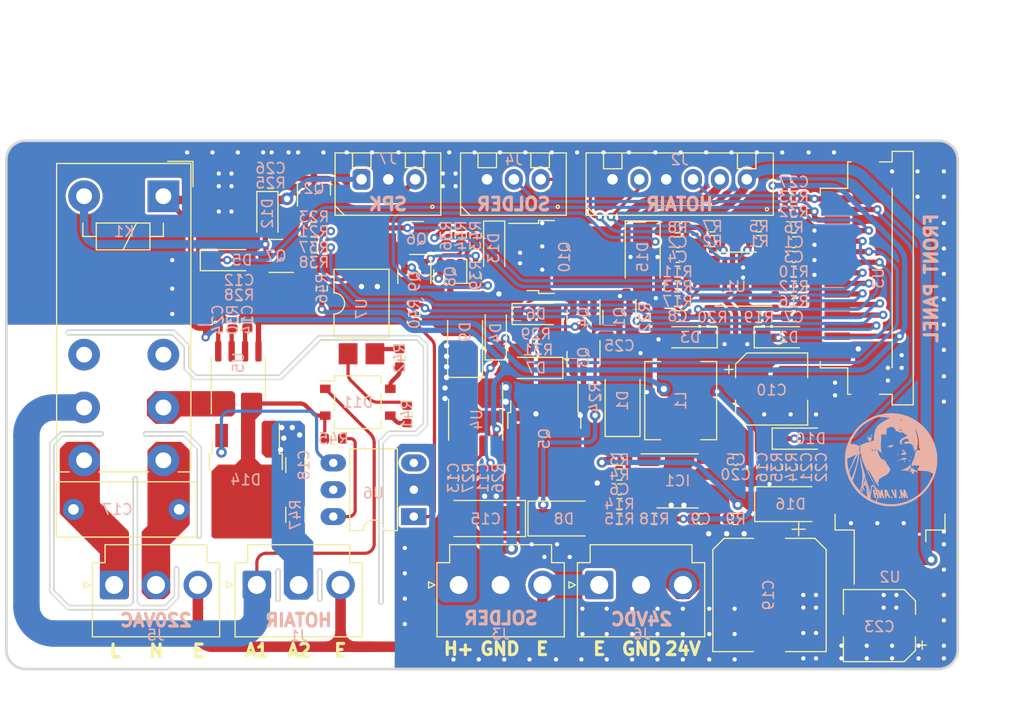
<source format=kicad_pcb>
(kicad_pcb (version 20221018) (generator pcbnew)
  (layers (0 "F.Cu" signal) (31 "B.Cu" signal) (34 "B.Paste" user) (35 "F.Paste" user) (36 "B.SilkS" user "B.Silkscreen") (37 "F.SilkS" user "F.Silkscreen") (38 "B.Mask" user) (39 "F.Mask" user) (44 "Edge.Cuts" user))
  (net 0 "")
  (net 1 "Net-(U1A-+)")
  (net 2 "GND")
  (net 3 "Net-(U1B-+)")
  (net 4 "Net-(U1A--)")
  (net 5 "Net-(U1B--)")
  (net 6 "Net-(IC1-BST)")
  (net 7 "Net-(D1-K)")
  (net 8 "Net-(IC1-COMP)")
  (net 9 "Net-(C6-Pad2)")
  (net 10 "SOLDER TEMP")
  (net 11 "HOTAIR TEMP")
  (net 12 "+5V")
  (net 13 "SOLDER CURRENT")
  (net 14 "HOTAIR CURRENT")
  (net 15 "Net-(U4-FILTER)")
  (net 16 "Net-(U5-FILTER)")
  (net 17 "Net-(D8-K)")
  (net 18 "Net-(D7-A)")
  (net 19 "VOLTAGE")
  (net 20 "AC_N")
  (net 21 "Net-(C18-Pad1)")
  (net 22 "HOTAIR HEAT")
  (net 23 "Earth_Protective")
  (net 24 "Net-(D16-K)")
  (net 25 "Net-(D6-K)")
  (net 26 "+24V")
  (net 27 "SOLDER HEAT")
  (net 28 "AC2")
  (net 29 "AC1")
  (net 30 "Net-(D6-A)")
  (net 31 "Net-(D11-+)")
  (net 32 "Net-(D11--)")
  (net 33 "Net-(D12-A)")
  (net 34 "Net-(D13-K)")
  (net 35 "+12V")
  (net 36 "FAN")
  (net 37 "AC_L")
  (net 38 "Net-(D14-G)")
  (net 39 "Net-(IC1-EN)")
  (net 40 "Net-(IC1-FB)")
  (net 41 "HOTAIR THER")
  (net 42 "HOTAIR HALL")
  (net 43 "SOLDER THER")
  (net 46 "AC1i")
  (net 47 "Net-(IC1-FREQ)")
  (net 48 "Net-(Q1-B)")
  (net 49 "Net-(Q1-C)")
  (net 50 "SPEAKER")
  (net 51 "Net-(Q2-B)")
  (net 52 "Net-(Q6-B)")
  (net 53 "Net-(Q6-C)")
  (net 54 "Net-(Q7-B)")
  (net 55 "Net-(R12-Pad2)")
  (net 56 "Net-(R13-Pad2)")
  (net 57 "SPEAKER SW")
  (net 58 "SOLDER PWM")
  (net 59 "Net-(Q8-E)")
  (net 60 "Net-(U4-VIOUT)")
  (net 61 "+3.3V")
  (net 62 "SOLDER VIBRA")
  (net 63 "FAN PWM")
  (net 64 "POWER ENABLE")
  (net 65 "HOTAIR PWM")
  (net 66 "Net-(R40-Pad2)")
  (net 67 "Net-(R41-Pad2)")
  (net 68 "Net-(R42-Pad2)")
  (net 69 "Net-(R45-Pad1)")
  (net 70 "ZERO CROSSING")
  (net 71 "Net-(U5-VIOUT)")
  (footprint "Diode_SMD:D_MiniMELF" (layer "F.Cu") (at 161 92 180)
    (fp_text reference "D3")
    (fp_text value "Z3V3")
  )
  (footprint "Resistor_SMD:R_0603_1608Metric" (layer "F.Cu") (at 170.8 81.6 180)
    (fp_text reference "R6")
    (fp_text value "10k")
  )
  (footprint "Package_SO:SOIC-8-1EP_3.9x4.9mm_P1.27mm_EP2.514x3.2mm" (layer "F.Cu") (at 159.8 105.6)
    (fp_text reference "IC1")
    (fp_text value "MP1584EN")
  )
  (footprint "Inductor_SMD:L_Abracon_ASPI-0630LR" (layer "F.Cu") (at 160.1 98 90)
    (fp_text reference "L1")
    (fp_text value "10uH")
  )
  (footprint "Package_TO_SOT_SMD:TO-252-2" (layer "F.Cu") (at 118.95 105.5 -90)
    (fp_text reference "D14")
    (fp_text value "BT136")
  )
  (footprint "Diode_SMD:D_MiniMELF" (layer "F.Cu") (at 169.6 92)
    (fp_text reference "D2")
    (fp_text value "Z3V3")
  )
  (footprint "Resistor_SMD:R_0603_1608Metric" (layer "F.Cu") (at 169.2 104.3 -90)
    (fp_text reference "R35")
    (fp_text value "5k6")
  )
  (footprint "Capacitor_SMD:C_1206_3216Metric" (layer "F.Cu") (at 123.65 104.1 90)
    (fp_text reference "C18")
    (fp_text value "10nF/250V")
  )
  (footprint "Capacitor_SMD:C_0603_1608Metric" (layer "F.Cu") (at 170.8 90)
    (fp_text reference "C7")
    (fp_text value "100nF")
  )
  (footprint "Resistor_SMD:R_0603_1608Metric" (layer "F.Cu") (at 125.4 84.9 180)
    (fp_text reference "R38")
    (fp_text value "10k")
  )
  (footprint "Resistor_SMD:R_0603_1608Metric" (layer "F.Cu") (at 152 97.7 90)
    (fp_text reference "R24")
    (fp_text value "5k6")
  )
  (footprint "Package_TO_SOT_SMD:SOT-23" (layer "F.Cu") (at 121.8 84.3 180)
    (fp_text reference "Q7")
    (fp_text value "S8050")
  )
  (footprint "Resistor_SMD:R_0603_1608Metric" (layer "F.Cu") (at 159.8 88.6 180)
    (fp_text reference "R17")
    (fp_text value "560")
  )
  (footprint "Resistor_SMD:R_0603_1608Metric" (layer "F.Cu") (at 146.4 91.7)
    (fp_text reference "R29")
    (fp_text value "47")
  )
  (footprint "Resistor_SMD:R_0603_1608Metric" (layer "F.Cu") (at 167.5 90.1 180)
    (fp_text reference "R19")
    (fp_text value "10k")
  )
  (footprint "Package_SO:SOIC-8_3.9x4.9mm_P1.27mm" (layer "F.Cu") (at 165.3 86.5 180)
    (fp_text reference "U1")
    (fp_text value "LM358")
  )
  (footprint "Resistor_SMD:R_0603_1608Metric" (layer "F.Cu") (at 170.8 85.8 180)
    (fp_text reference "R10")
    (fp_text value "22k")
  )
  (footprint "Resistor_SMD:R_0603_1608Metric" (layer "F.Cu") (at 127.25 101.6 180)
    (fp_text reference "R45")
    (fp_text value "470")
  )
  (footprint "Capacitor_SMD:C_0603_1608Metric" (layer "F.Cu") (at 165.3 105)
    (fp_text reference "C20")
    (fp_text value "1uF")
  )
  (footprint "Resistor_SMD:R_0603_1608Metric" (layer "F.Cu") (at 125.4 82 180)
    (fp_text reference "R21")
    (fp_text value "470")
  )
  (footprint "Diode_SMD:D_MiniMELF" (layer "F.Cu") (at 146.4 94.9 180)
    (fp_text reference "D7")
    (fp_text value "Z18V")
  )
  (footprint "Diode_SMD:D_MiniMELF" (layer "F.Cu") (at 142.45 83.55 -90)
    (fp_text reference "D13")
    (fp_text value "Z18V")
  )
  (footprint "Diode_SMD:D_SMA" (layer "F.Cu") (at 149.05 109.1625)
    (fp_text reference "D8")
    (fp_text value "SS14")
  )
  (footprint "Resistor_SMD:R_1206_3216Metric" (layer "F.Cu") (at 123.65 108.8 90)
    (fp_text reference "R47")
    (fp_text value "47/1W")
  )
  (footprint "Resistor_SMD:R_0603_1608Metric" (layer "F.Cu") (at 134.2 99.3 90)
    (fp_text reference "R41")
    (fp_text value "47k")
  )
  (footprint "Diode_SMD:D_SMA" (layer "F.Cu") (at 170.5 107.8)
    (fp_text reference "D16")
    (fp_text value "SS34")
  )
  (footprint "Diode_SMD:D_SOD-123" (layer "F.Cu") (at 146.4 89.8)
    (fp_text reference "D6")
    (fp_text value "1N4148W")
  )
  (footprint "Resistor_SMD:R_0603_1608Metric" (layer "F.Cu") (at 170.8 87.2)
    (fp_text reference "R12")
    (fp_text value "10k")
  )
  (footprint "Capacitor_SMD:C_0603_1608Metric" (layer "F.Cu") (at 173.4 104.3 90)
    (fp_text reference "C22")
    (fp_text value "1uF")
  )
  (footprint "Resistor_SMD:R_0603_1608Metric" (layer "F.Cu") (at 146.4 93.1 180)
    (fp_text reference "R31")
    (fp_text value "10k")
  )
  (footprint "Resistor_SMD:R_0603_1608Metric" (layer "F.Cu") (at 163.1 90.1)
    (fp_text reference "R20")
    (fp_text value "10k")
  )
  (footprint "Package_TO_SOT_SMD:TO-263-3_TabPin2" (layer "F.Cu") (at 179.9 107.3 90)
    (fp_text reference "U2")
    (fp_text value "L7812")
  )
  (footprint "Package_DIP:SMDIP-4_W9.53mm" (layer "F.Cu") (at 129.9 88.8 90)
    (fp_text reference "U7")
    (fp_text value "LTV-817S")
  )
  (footprint "Diode_SMD:D_SMA" (layer "F.Cu") (at 156.5 84.4 -90)
    (fp_text reference "D15")
    (fp_text value "SS34")
  )
  (footprint "Resistor_SMD:R_0603_1608Metric" (layer "F.Cu") (at 140.7 82.38 -90)
    (fp_text reference "R43")
    (fp_text value "10k")
  )
  (footprint "Package_TO_SOT_SMD:SOT-23" (layer "F.Cu") (at 150.9 90.1 -90)
    (fp_text reference "Q4")
    (fp_text value "S8550")
  )
  (footprint "Package_TO_SOT_SMD:SOT-23" (layer "F.Cu") (at 134.9 86.25 -90)
    (fp_text reference "Q9")
    (fp_text value "S8550")
  )
  (footprint "Resistor_SMD:R_0603_1608Metric" (layer "F.Cu") (at 170.8 80.1)
    (fp_text reference "R32")
    (fp_text value "10k")
  )
  (footprint "Resistor_SMD:R_0603_1608Metric" (layer "F.Cu") (at 159.8 87.2 180)
    (fp_text reference "R13")
    (fp_text value "10k")
  )
  (footprint "Capacitor_SMD:C_0603_1608Metric" (layer "F.Cu") (at 170.8 83)
    (fp_text reference "C1")
    (fp_text value "100nF")
  )
  (footprint "Resistor_SMD:R_0603_1608Metric" (layer "F.Cu") (at 170.8 78.7)
    (fp_text reference "R33")
    (fp_text value "10k")
  )
  (footprint "Resistor_SMD:R_0603_1608Metric" (layer "F.Cu") (at 170.6 104.3 90)
    (fp_text reference "R34")
    (fp_text value "68k")
  )
  (footprint "Resistor_SMD:R_0603_1608Metric" (layer "F.Cu") (at 159.8 85.8)
    (fp_text reference "R11")
    (fp_text value "22k")
  )
  (footprint "Resistor_SMD:R_0603_1608Metric" (layer "F.Cu") (at 125.4 83.5 180)
    (fp_text reference "R37")
    (fp_text value "470")
  )
  (footprint "Resistor_SMD:R_0603_1608Metric" (layer "F.Cu") (at 157.6 109.2)
    (fp_text reference "R18")
    (fp_text value "120k")
  )
  (footprint "Resistor_SMD:R_0603_1608Metric" (layer "F.Cu") (at 126.15 87.375 90)
    (fp_text reference "R46")
    (fp_text value "10k")
  )
  (footprint "Resistor_SMD:R_0603_1608Metric" (layer "F.Cu") (at 142.8 105.3 90)
    (fp_text reference "R26")
    (fp_text value "1k")
  )
  (footprint "Capacitor_SMD:C_0603_1608Metric" (layer "F.Cu") (at 118.325 86.6)
    (fp_text reference "C12")
    (fp_text value "100nF")
  )
  (footprint "XH_2.54mm_Conn:XH_3P_2.54mm_Vertical" (layer "F.Cu") (at 141.7725 77.05)
    (fp_text reference "J4")
    (fp_text value "SOLDER SENSOR")
  )
  (footprint "XH_2.54mm_Conn:XH_6P_2.54mm_Vertical" (layer "F.Cu") (at 153.645 77.05)
    (fp_text reference "J2")
    (fp_text value "HOTAIR SENSOR")
  )
  (footprint "Capacitor_SMD:C_0603_1608Metric" (layer "F.Cu") (at 159.8 83 180)
    (fp_text reference "C2")
    (fp_text value "100nF")
  )
  (footprint "Diode_SMD:D_SMA" (layer "F.Cu") (at 139.7 92.4 90)
    (fp_text reference "D9")
    (fp_text value "SS34")
  )
  (footprint "Package_DIP:DIP-6_W7.62mm_LongPads" (layer "F.Cu") (at 134.85 108.975 180)
    (fp_text reference "U6")
    (fp_text value "MOC3063M")
  )
  (footprint "Package_TO_SOT_SMD:TO-252-2" (layer "F.Cu") (at 149.125 84.4)
    (fp_text reference "Q10")
    (fp_text value "IRFR3708")
  )
  (footprint "Capacitor_SMD:CP_Elec_6.3x7.7" (layer "F.Cu") (at 178.9 119.3 180)
    (fp_text reference "C23")
    (fp_text value "220uF")
  )
  (footprint "Package_TO_SOT_SMD:SOT-23" (layer "F.Cu") (at 138.3 86.25 -90)
    (fp_text reference "Q8")
    (fp_text value "S8050")
  )
  (footprint "Resistor_SMD:R_0603_1608Metric" (layer "F.Cu") (at 125.4 80.6 180)
    (fp_text reference "R23")
    (fp_text value "10k")
  )
  (footprint "Capacitor_SMD:C_0603_1608Metric" (layer "F.Cu") (at 159.8 90 180)
    (fp_text reference "C8")
    (fp_text value "100nF")
  )
  (footprint "Resistor_SMD:R_0603_1608Metric" (layer "F.Cu") (at 165.3 109.2)
    (fp_text reference "R9")
    (fp_text value "100k")
  )
  (footprint "Resistor_SMD:R_0603_1608Metric" (layer "F.Cu") (at 159.8 81.6)
    (fp_text reference "R8")
    (fp_text value "10k")
  )
  (footprint "Package_TO_SOT_SMD:TO-269AA" (layer "F.Cu") (at 129.55 98.15)
    (fp_text reference "D11")
    (fp_text value "MB6S")
  )
  (footprint "Capacitor_SMD:C_0603_1608Metric" (layer "F.Cu") (at 116.3 90.35 -90)
    (fp_text reference "C24")
    (fp_text value "100nF")
  )
  (footprint "Diode_SMD:D_MiniMELF" (layer "F.Cu") (at 171.3 101.6)
    (fp_text reference "D10")
    (fp_text value "Z3V3")
  )
  (footprint "Resistor_SMD:R_0603_1608Metric" (layer "F.Cu") (at 154.3 105 180)
    (fp_text reference "R4")
    (fp_text value "100k")
  )
  (footprint "Package_SO:SOIC-8_3.9x4.9mm_P1.27mm" (layer "F.Cu") (at 140.7 99.8 -90)
    (fp_text reference "U4")
    (fp_text value "ACS712-05A")
  )
  (footprint "Resistor_SMD:R_0603_1608Metric" (layer "F.Cu") (at 170.8 88.6)
    (fp_text reference "R16")
    (fp_text value "560")
  )
  (footprint "Resistor_SMD:R_0603_1608Metric" (layer "F.Cu") (at 139.3 82.38 90)
    (fp_text reference "R44")
    (fp_text value "100")
  )
  (footprint "Resistor_SMD:R_0603_1608Metric" (layer "F.Cu") (at 140.7 86.25 90)
    (fp_text reference "R39")
    (fp_text value "5k6")
  )
  (footprint "Capacitor_SMD:C_0603_1608Metric" (layer "F.Cu") (at 154.3 92.8)
    (fp_text reference "C25")
    (fp_text value "100nF")
  )
  (footprint "Package_TO_SOT_SMD:SOT-23" (layer "F.Cu") (at 154.3 90.1 -90)
    (fp_text reference "Q1")
    (fp_text value "S8050")
  )
  (footprint "Resistor_SMD:R_0603_1608Metric" (layer "F.Cu") (at 163.1 82.9 180)
    (fp_text reference "R2")
    (fp_text value "0")
  )
  (footprint "Connector_JST:JST_VH_B3P-VH-B_1x03_P3.96mm_Vertical" (layer "F.Cu") (at 106.5 115.45)
    (fp_text reference "J5")
    (fp_text value "220V IN")
  )
  (footprint "Resistor_SMD:R_0603_1608Metric" (layer "F.Cu") (at 121.3 77.4)
    (fp_text reference "R25")
    (fp_text value "10k")
  )
  (footprint "Relay_THT:Relay_DPDT_Finder_40.52" (layer "F.Cu") (at 111.1575 78.6475 -90)
    (fp_text reference "K1")
    (fp_text value "FINDER-40.52")
  )
  (footprint "Resistor_SMD:R_0603_1608Metric" (layer "F.Cu") (at 118.325 88 180)
    (fp_text reference "R28")
    (fp_text value "1k")
  )
  (footprint "Capacitor_SMD:C_0603_1608Metric" (layer "F.Cu") (at 162 109.2)
    (fp_text reference "C9")
    (fp_text value "100nF")
  )
  (footprint "Package_TO_SOT_SMD:SOT-23" (layer "F.Cu") (at 125.4 77.9 90)
    (fp_text reference "Q2")
    (fp_text value "S8050")
  )
  (footprint "Resistor_SMD:R_0603_1608Metric" (layer "F.Cu") (at 167.5 82.9)
    (fp_text reference "R1")
    (fp_text value "0")
  )
  (footprint "Capacitor_SMD:C_0603_1608Metric" (layer "F.Cu") (at 154.3 106.4 180)
    (fp_text reference "C6")
    (fp_text value "220nF")
  )
  (footprint "Resistor_SMD:R_0603_1608Metric" (layer "F.Cu") (at 167.5 81.5 180)
    (fp_text reference "R5")
    (fp_text value "470")
  )
  (footprint "Resistor_SMD:R_0603_1608Metric" (layer "F.Cu") (at 137.9 82.38 -90)
    (fp_text reference "R36")
    (fp_text value "470")
  )
  (footprint "Resistor_SMD:R_0603_1608Metric" (layer "F.Cu") (at 154.3 109.2 180)
    (fp_text reference "R15")
    (fp_text value "22k")
  )
  (footprint "Resistor_SMD:R_0603_1608Metric" (layer "F.Cu") (at 156.7 90.1 90)
    (fp_text reference "R22")
    (fp_text value "470")
  )
  (footprint "Capacitor_SMD:C_0603_1608Metric" (layer "F.Cu") (at 167.8 104.3 -90)
    (fp_text reference "C16")
    (fp_text value "100nF")
  )
  (footprint "Capacitor_SMD:CP_Elec_6.3x7.7" (layer "F.Cu") (at 168.7 96.9)
    (fp_text reference "C10")
    (fp_text value "220uF")
  )
  (footprint "Resistor_SMD:R_0603_1608Metric" (layer "F.Cu") (at 163.1 81.5)
    (fp_text reference "R7")
    (fp_text value "470")
  )
  (footprint "FPC_Connector:FPC_16P_1mm" (layer "F.Cu") (at 178.7 86.4 90)
    (fp_text reference "U3")
    (fp_text value "Front Panel")
  )
  (footprint "Diode_SMD:D_SOD-123F" (layer "F.Cu") (at 121 80.4 -90)
    (fp_text reference "D12")
    (fp_text value "1N4007")
  )
  (footprint "Resistor_SMD:R_0603_1608Metric" (layer "F.Cu") (at 117.7 90.35 -90)
    (fp_text reference "R30")
    (fp_text value "560")
  )
  (footprint "Capacitor_SMD:C_0603_1608Metric" (layer "F.Cu") (at 165.3 103.6)
    (fp_text reference "C5")
    (fp_text value "100nF")
  )
  (footprint "Capacitor_SMD:C_0603_1608Metric" (layer "F.Cu") (at 170.8 77.3 180)
    (fp_text reference "C27")
    (fp_text value "100nF")
  )
  (footprint "Capacitor_SMD:C_0603_1608Metric" (layer "F.Cu") (at 121.3 76 180)
    (fp_text reference "C26")
    (fp_text value "100nF")
  )
  (footprint "Capacitor_SMD:CP_Elec_10x10.5" (layer "F.Cu") (at 168.5 116.4 -90)
    (fp_text reference "C19")
    (fp_text value "470uF")
  )
  (footprint "XH_2.54mm_Conn:XH_3P_2.54mm_Vertical" (layer "F.Cu") (at 129.9 77.05)
    (fp_text reference "J7")
    (fp_text value "SOLDER SENSOR")
  )
  (footprint "Resistor_SMD:R_0603_1608Metric" (layer "F.Cu") (at 133.5 93.95 90)
    (fp_text reference "R42")
    (fp_text value "47k")
  )
  (footprint "Capacitor_SMD:C_0603_1608Metric" (layer "F.Cu") (at 170.8 84.4)
    (fp_text reference "C3")
    (fp_text value "100nF")
  )
  (footprint "Resistor_SMD:R_0603_1608Metric" (layer "F.Cu") (at 154.3 107.8 180)
    (fp_text reference "R14")
    (fp_text value "100k")
  )
  (footprint "Package_SO:SOIC-8_3.9x4.9mm_P1.27mm" (layer "F.Cu") (at 118.25 95.8 90)
    (fp_text reference "U5")
    (fp_text value "ACS712-05A")
  )
  (footprint "Diode_SMD:D_SMA" (layer "F.Cu") (at 154.6 98 90)
    (fp_text reference "D1")
    (fp_text value "SS34")
  )
  (footprint "Diode_SMD:D_MiniMELF" (layer "F.Cu") (at 142.6 91.6 90)
    (fp_text reference "D4")
    (fp_text value "Z3V3")
  )
  (footprint "Connector_JST:JST_VH_B3P-VH-B_1x03_P3.96mm_Vertical" (layer "F.Cu") (at 139.1 115.45)
    (fp_text reference "J3")
    (fp_text value "SOLDER HEAT")
  )
  (footprint "Diode_SMD:D_MiniMELF" (layer "F.Cu") (at 117.2 84.7)
    (fp_text reference "D5")
    (fp_text value "Z3V3")
  )
  (footprint "Capacitor_SMD:C_0603_1608Metric" (layer "F.Cu") (at 159.8 84.4 180)
    (fp_text reference "C4")
    (fp_text value "100nF")
  )
  (footprint "Package_TO_SOT_SMD:SOT-23" (layer "F.Cu") (at 150.9 94 -90)
    (fp_text reference "Q3")
    (fp_text value "S8050")
  )
  (footprint "Capacitor_Tantalum_SMD:CP_EIA-6032-20_AVX-F" (layer "F.Cu") (at 141.65 109.1625 180)
    (fp_text reference "C15")
    (fp_text value "22uF")
  )
  (footprint "Connector_JST:JST_VH_B3P-VH-B_1x03_P3.96mm_Vertical" (layer "F.Cu") (at 152.3875 115.45)
    (fp_text reference "J6")
    (fp_text value "24V IN")
  )
  (footprint "Capacitor_SMD:C_0603_1608Metric" (layer "F.Cu") (at 138.6 105.3 -90)
    (fp_text reference "C13")
    (fp_text value "10nF")
  )
  (footprint "Capacitor_THT:C_Rect_L13.0mm_W5.0mm_P10.00mm_FKS3_FKP3_MKS4" (layer "F.Cu") (at 102.65 108.3)
    (fp_text reference "C17")
    (fp_text value "100nF/250V")
  )
  (footprint "Capacitor_SMD:C_0603_1608Metric" (layer "F.Cu") (at 119.1 90.35 90)
    (fp_text reference "C14")
    (fp_text value "10nF")
  )
  (footprint "Connector_JST:JST_VH_B3P-VH-B_1x03_P3.96mm_Vertical" (layer "F.Cu") (at 120 115.45)
    (fp_text reference "J1")
    (fp_text value "HOTAIR HEAT")
  )
  (footprint "Package_TO_SOT_SMD:SOT-23" (layer "F.Cu") (at 135.1 82.6 180)
    (fp_text reference "Q6")
    (fp_text value "S8050")
  )
  (footprint "Resistor_SMD:R_0603_1608Metric" (layer "F.Cu") (at 134.9 89.775 -90)
    (fp_text reference "R40")
    (fp_text value "470")
  )
  (footprint "Resistor_SMD:R_0603_1608Metric" (layer "F.Cu") (at 154.3 103.6)
    (fp_text reference "R3")
    (fp_text value "100k")
  )
  (footprint "Capacitor_SMD:C_0603_1608Metric" (layer "F.Cu") (at 141.4 105.3 -90)
    (fp_text reference "C11")
    (fp_text value "100nF")
  )
  (footprint "Package_TO_SOT_SMD:TO-252-2" (layer "F.Cu") (at 147.2 101.6 -90)
    (fp_text reference "Q5")
    (fp_text value "IRFR3708")
  )
  (footprint "Resistor_SMD:R_0603_1608Metric" (layer "F.Cu") (at 140 105.3 90)
    (fp_text reference "R27")
    (fp_text value "560")
  )
  (footprint "Capacitor_SMD:C_0603_1608Metric" (layer "F.Cu") (at 172 104.3 90)
    (fp_text reference "C21")
    (fp_text value "100nF")
  )
  (footprint "Image:MVA_Bmpx20" (layer "B.Cu") (at 178.17641 102.336946 180)
    (fp_text reference " ")
    (fp_text value "LOGO" hide)
  )
  (gr_line (start 135.8 88.5) (end 135.6 88.3) (stroke (width 0.15)) (layer "B.SilkS"))
  (gr_line (start 122.2 116.9) (end 122.1 117) (stroke (width 0.15)) (layer "Edge.Cuts"))
  (gr_line (start 102.1 91.775) (end 101.975 91.65) (stroke (width 0.15)) (layer "Edge.Cuts"))
  (gr_line (start 121.8 114.05) (end 121.9 113.95) (stroke (width 0.15)) (layer "Edge.Cuts"))
  (gr_line (start 126.15 114.05) (end 126.05 113.95) (stroke (width 0.15)) (layer "Edge.Cuts"))
  (gr_line (start 125.75 116.9) (end 125.75 114.05) (stroke (width 0.15)) (layer "Edge.Cuts"))
  (gr_line (start 114.75 102.4) (end 114.4 102.05) (stroke (width 0.15)) (layer "Edge.Cuts"))
  (gr_line (start 108.7 105.3) (end 108.6 105.2) (stroke (width 0.15)) (layer "Edge.Cuts"))
  (gr_line (start 121.8 116.9) (end 121.9 117) (stroke (width 0.15)) (layer "Edge.Cuts"))
  (gr_line (start 102.5 101.35) (end 101.65 101.35) (stroke (width 0.15)) (layer "Edge.Cuts"))
  (gr_line (start 136.15 92.7) (end 135.3 91.85) (stroke (width 0.15)) (layer "Edge.Cuts"))
  (gr_line (start 113.55 94.85) (end 114.3 95.6) (stroke (width 0.15)) (layer "Edge.Cuts"))
  (gr_line (start 96.3 75.2) (end 96.3 121.6) (stroke (width 0.25)) (layer "Edge.Cuts"))
  (gr_line (start 122.1 117) (end 121.9 117) (stroke (width 0.15)) (layer "Edge.Cuts"))
  (gr_arc (start 96.3 75.2) (mid 96.827208 73.927208) (end 98.1 73.4) (stroke (width 0.25)) (layer "Edge.Cuts"))
  (gr_line (start 131.85 117.25) (end 131.65 117.25) (stroke (width 0.15)) (layer "Edge.Cuts"))
  (gr_line (start 112.05 101.35) (end 109.4 101.35) (stroke (width 0.15)) (layer "Edge.Cuts"))
  (gr_line (start 114.75 110.9) (end 114.75 102.4) (stroke (width 0.15)) (layer "Edge.Cuts"))
  (gr_line (start 112.3 113.75) (end 112.5 113.75) (stroke (width 0.15)) (layer "Edge.Cuts"))
  (gr_line (start 101.975 91.45) (end 102.1 91.325) (stroke (width 0.15)) (layer "Edge.Cuts"))
  (gr_line (start 136.15 100.35) (end 136.15 92.7) (stroke (width 0.15)) (layer "Edge.Cuts"))
  (gr_line (start 100.8 102.2) (end 100.8 115.95) (stroke (width 0.15)) (layer "Edge.Cuts"))
  (gr_line (start 121.8 116.9) (end 121.8 114.05) (stroke (width 0.15)) (layer "Edge.Cuts"))
  (gr_line (start 108.7 117.1) (end 109 117.4) (stroke (width 0.15)) (layer "Edge.Cuts"))
  (gr_line (start 135.2 101.3) (end 136 100.5) (stroke (width 0.15)) (layer "Edge.Cuts"))
  (gr_line (start 112.6 113.85) (end 112.5 113.75) (stroke (width 0.15)) (layer "Edge.Cuts"))
  (gr_arc (start 184.5 73.4) (mid 185.772792 73.927208) (end 186.3 75.2) (stroke (width 0.25)) (layer "Edge.Cuts"))
  (gr_line (start 131.55 117.15) (end 131.55 109.25) (stroke (width 0.15)) (layer "Edge.Cuts"))
  (gr_line (start 108.7 109.05) (end 108.7 116.15) (stroke (width 0.15)) (layer "Edge.Cuts"))
  (gr_line (start 113.3 100.95) (end 114.4 102.05) (stroke (width 0.15)) (layer "Edge.Cuts"))
  (gr_line (start 131.55 102.15) (end 131.55 101.8) (stroke (width 0.15)) (layer "Edge.Cuts"))
  (gr_line (start 113.125 92.9) (end 112 91.775) (stroke (width 0.15)) (layer "Edge.Cuts"))
  (gr_arc (start 98.1 123.4) (mid 96.827208 122.872792) (end 96.3 121.6) (stroke (width 0.25)) (layer "Edge.Cuts"))
  (gr_line (start 186.3 121.6) (end 186.3 75.2) (stroke (width 0.25)) (layer "Edge.Cuts"))
  (gr_line (start 108.4 105.2) (end 108.6 105.2) (stroke (width 0.15)) (layer "Edge.Cuts"))
  (gr_line (start 109.4 100.95) (end 112.15 100.95) (stroke (width 0.15)) (layer "Edge.Cuts"))
  (gr_line (start 107.4 117.4) (end 107.75 117.4) (stroke (width 0.15)) (layer "Edge.Cuts"))
  (gr_line (start 108.7 116.5) (end 108.7 117.1) (stroke (width 0.15)) (layer "Edge.Cuts"))
  (gr_line (start 112.6 116.7) (end 111.5 117.8) (stroke (width 0.15)) (layer "Edge.Cuts"))
  (gr_line (start 131.55 109.25) (end 131.55 102.15) (stroke (width 0.15)) (layer "Edge.Cuts"))
  (gr_line (start 111.3 117.4) (end 112.2 116.5) (stroke (width 0.15)) (layer "Edge.Cuts"))
  (gr_line (start 122.2 114.05) (end 122.2 116.8) (stroke (width 0.15)) (layer "Edge.Cuts"))
  (gr_line (start 112.25 100.95) (end 113.3 100.95) (stroke (width 0.15)) (layer "Edge.Cuts"))
  (gr_line (start 113.55 94.75) (end 113.55 94.85) (stroke (width 0.15)) (layer "Edge.Cuts"))
  (gr_line (start 105.35 101.35) (end 105.45 101.25) (stroke (width 0.15)) (layer "Edge.Cuts"))
  (gr_line (start 126.15 116.9) (end 126.05 117) (stroke (width 0.15)) (layer "Edge.Cuts"))
  (gr_line (start 135.1 92.25) (end 126.05 92.25) (stroke (width 0.15)) (layer "Edge.Cuts"))
  (gr_line (start 131.95 117.15) (end 131.95 102) (stroke (width 0.15)) (layer "Edge.Cuts"))
  (gr_line (start 112 91.775) (end 102.1 91.775) (stroke (width 0.15)) (layer "Edge.Cuts"))
  (gr_line (start 113.125 95.025) (end 113.125 92.9) (stroke (width 0.15)) (layer "Edge.Cuts"))
  (gr_line (start 111.5 117.8) (end 104.3 117.8) (stroke (width 0.15)) (layer "Edge.Cuts"))
  (gr_line (start 101.975 91.65) (end 101.975 91.45) (stroke (width 0.15)) (layer "Edge.Cuts"))
  (gr_line (start 109.4 100.95) (end 109.3 101.05) (stroke (width 0.15)) (layer "Edge.Cuts"))
  (gr_line (start 126.15 114.05) (end 126.15 116.8) (stroke (width 0.15)) (layer "Edge.Cuts"))
  (gr_line (start 114.35 102.6) (end 114.35 110.9) (stroke (width 0.15)) (layer "Edge.Cuts"))
  (gr_line (start 100.4 116.1) (end 100.4 102) (stroke (width 0.15)) (layer "Edge.Cuts"))
  (gr_line (start 125.85 91.85) (end 122.1 95.6) (stroke (width 0.15)) (layer "Edge.Cuts"))
  (gr_line (start 108.3 117.1) (end 108.3 116.3) (stroke (width 0.15)) (layer "Edge.Cuts"))
  (gr_line (start 102.1 91.325) (end 112.2 91.325) (stroke (width 0.15)) (layer "Edge.Cuts"))
  (gr_line (start 122.2 116.8) (end 122.2 116.9) (stroke (width 0.15)) (layer "Edge.Cuts"))
  (gr_line (start 102.7 100.95) (end 105.35 100.95) (stroke (width 0.15)) (layer "Edge.Cuts"))
  (gr_line (start 112.6 113.85) (end 112.6 116.6) (stroke (width 0.15)) (layer "Edge.Cuts"))
  (gr_line (start 108.3 105.3) (end 108.4 105.2) (stroke (width 0.15)) (layer "Edge.Cuts"))
  (gr_line (start 135.75 92.9) (end 135.1 92.25) (stroke (width 0.15)) (layer "Edge.Cuts"))
  (gr_line (start 112.2 113.85) (end 112.3 113.75) (stroke (width 0.15)) (layer "Edge.Cuts"))
  (gr_line (start 131.55 117.15) (end 131.65 117.25) (stroke (width 0.15)) (layer "Edge.Cuts"))
  (gr_line (start 102.6 101.35) (end 102.5 101.35) (stroke (width 0.15)) (layer "Edge.Cuts"))
  (gr_line (start 101.45 100.95) (end 102.7 100.95) (stroke (width 0.15)) (layer "Edge.Cuts"))
  (gr_line (start 104.3 117.4) (end 107.4 117.4) (stroke (width 0.15)) (layer "Edge.Cuts"))
  (gr_line (start 122.2 114.05) (end 122.1 113.95) (stroke (width 0.15)) (layer "Edge.Cuts"))
  (gr_line (start 132.45 100.9) (end 135 100.9) (stroke (width 0.15)) (layer "Edge.Cuts"))
  (gr_line (start 109.4 101.35) (end 109.3 101.25) (stroke (width 0.15)) (layer "Edge.Cuts"))
  (gr_line (start 135 100.9) (end 135.75 100.15) (stroke (width 0.15)) (layer "Edge.Cuts"))
  (gr_line (start 122.3 96) (end 114.1 96) (stroke (width 0.15)) (layer "Edge.Cuts"))
  (gr_line (start 113.55 92.675) (end 113.55 94.75) (stroke (width 0.15)) (layer "Edge.Cuts"))
  (gr_line (start 114.35 110.9) (end 114.45 111) (stroke (width 0.15)) (layer "Edge.Cuts"))
  (gr_line (start 125.75 116.9) (end 125.85 117) (stroke (width 0.15)) (layer "Edge.Cuts"))
  (gr_line (start 125.85 113.95) (end 126.05 113.95) (stroke (width 0.15)) (layer "Edge.Cuts"))
  (gr_line (start 114.65 111) (end 114.45 111) (stroke (width 0.15)) (layer "Edge.Cuts"))
  (gr_line (start 136 100.5) (end 136.15 100.35) (stroke (width 0.15)) (layer "Edge.Cuts"))
  (gr_line (start 109.6 117.4) (end 110.55 117.4) (stroke (width 0.15)) (layer "Edge.Cuts"))
  (gr_arc (start 186.3 121.6) (mid 185.772792 122.872792) (end 184.5 123.4) (stroke (width 0.25)) (layer "Edge.Cuts"))
  (gr_line (start 114.75 110.9) (end 114.65 111) (stroke (width 0.15)) (layer "Edge.Cuts"))
  (gr_line (start 100.8 115.95) (end 102.25 117.4) (stroke (width 0.15)) (layer "Edge.Cuts"))
  (gr_line (start 135.75 100.15) (end 135.75 92.9) (stroke (width 0.15)) (layer "Edge.Cuts"))
  (gr_line (start 114 102.25) (end 114.35 102.6) (stroke (width 0.15)) (layer "Edge.Cuts"))
  (gr_line (start 131.95 117.15) (end 131.85 117.25) (stroke (width 0.15)) (layer "Edge.Cuts"))
  (gr_line (start 184.5 73.4) (end 98.1 73.4) (stroke (width 0.25)) (layer "Edge.Cuts"))
  (gr_line (start 100.4 102) (end 101.45 100.95) (stroke (width 0.15)) (layer "Edge.Cuts"))
  (gr_line (start 112.2 91.325) (end 113.55 92.675) (stroke (width 0.15)) (layer "Edge.Cuts"))
  (gr_line (start 113.1 101.35) (end 112.05 101.35) (stroke (width 0.15)) (layer "Edge.Cuts"))
  (gr_line (start 108.7 116.15) (end 108.7 116.5) (stroke (width 0.15)) (layer "Edge.Cuts"))
  (gr_line (start 114.1 96) (end 113.125 95.025) (stroke (width 0.15)) (layer "Edge.Cuts"))
  (gr_line (start 126.05 117) (end 125.85 117) (stroke (width 0.15)) (layer "Edge.Cuts"))
  (gr_line (start 104.3 117.8) (end 102.1 117.8) (stroke (width 0.15)) (layer "Edge.Cuts"))
  (gr_line (start 131.55 101.8) (end 132.45 100.9) (stroke (width 0.15)) (layer "Edge.Cuts"))
  (gr_line (start 135.3 91.85) (end 125.85 91.85) (stroke (width 0.15)) (layer "Edge.Cuts"))
  (gr_line (start 105.35 100.95) (end 105.45 101.05) (stroke (width 0.15)) (layer "Edge.Cuts"))
  (gr_line (start 108 117.4) (end 108.3 117.1) (stroke (width 0.15)) (layer "Edge.Cuts"))
  (gr_line (start 112.6 116.6) (end 112.6 116.7) (stroke (width 0.15)) (layer "Edge.Cuts"))
  (gr_line (start 98.1 123.4) (end 184.5 123.4) (stroke (width 0.25)) (layer "Edge.Cuts"))
  (gr_line (start 121.9 113.95) (end 122.1 113.95) (stroke (width 0.15)) (layer "Edge.Cuts"))
  (gr_line (start 108.7 105.3) (end 108.7 109.05) (stroke (width 0.15)) (layer "Edge.Cuts"))
  (gr_line (start 112.2 116.5) (end 112.2 113.85) (stroke (width 0.15)) (layer "Edge.Cuts"))
  (gr_line (start 110.55 117.4) (end 111.3 117.4) (stroke (width 0.15)) (layer "Edge.Cuts"))
  (gr_line (start 105.35 101.35) (end 102.6 101.35) (stroke (width 0.15)) (layer "Edge.Cuts"))
  (gr_line (start 112.15 100.95) (end 112.25 100.95) (stroke (width 0.15)) (layer "Edge.Cuts"))
  (gr_line (start 132.65 101.3) (end 135.2 101.3) (stroke (width 0.15)) (layer "Edge.Cuts"))
  (gr_line (start 131.95 102) (end 132.65 101.3) (stroke (width 0.15)) (layer "Edge.Cuts"))
  (gr_line (start 102.1 117.8) (end 100.4 116.1) (stroke (width 0.15)) (layer "Edge.Cuts"))
  (gr_line (start 109.3 101.25) (end 109.3 101.05) (stroke (width 0.15)) (layer "Edge.Cuts"))
  (gr_line (start 108.3 105.3) (end 108.3 116.3) (stroke (width 0.15)) (layer "Edge.Cuts"))
  (gr_line (start 101.65 101.35) (end 100.8 102.2) (stroke (width 0.15)) (layer "Edge.Cuts"))
  (gr_line (start 105.45 101.05) (end 105.45 101.25) (stroke (width 0.15)) (layer "Edge.Cuts"))
  (gr_line (start 114 102.25) (end 113.1 101.35) (stroke (width 0.15)) (layer "Edge.Cuts"))
  (gr_line (start 126.15 116.8) (end 126.15 116.9) (stroke (width 0.15)) (layer "Edge.Cuts"))
  (gr_line (start 102.25 117.4) (end 104.3 117.4) (stroke (width 0.15)) (layer "Edge.Cuts"))
  (gr_line (start 109 117.4) (end 109.6 117.4) (stroke (width 0.15)) (layer "Edge.Cuts"))
  (gr_line (start 126.05 92.25) (end 122.3 96) (stroke (width 0.15)) (layer "Edge.Cuts"))
  (gr_line (start 107.75 117.4) (end 108 117.4) (stroke (width 0.15)) (layer "Edge.Cuts"))
  (gr_line (start 125.75 114.05) (end 125.85 113.95) (stroke (width 0.15)) (layer "Edge.Cuts"))
  (gr_line (start 114.3 95.6) (end 122.1 95.6) (stroke (width 0.15)) (layer "Edge.Cuts"))
  (gr_text "HOTAIR" (at 123.95 118.8) (layer "B.SilkS") (effects (font (size 1.2 1.2) (thickness 0.3)) (justify mirror)))
  (gr_text "24VDC" (at 156.4 118.7) (layer "B.SilkS") (effects (font (size 1.2 1.2) (thickness 0.3)) (justify mirror)))
  (gr_text "FRONT PANEL" (at 183.8 86.4 90) (layer "B.SilkS") (effects (font (size 1.2 1.2) (thickness 0.3)) (justify mirror)))
  (gr_text "SPK" (at 132.4 79.4) (layer "B.SilkS") (effects (font (size 1.2 1.2) (thickness 0.3)) (justify mirror)))
  (gr_text "220VAC" (at 110.45 118.8) (layer "B.SilkS") (effects (font (size 1.2 1.2) (thickness 0.3)) (justify mirror)))
  (gr_text "SOLDER" (at 144.3 79.4) (layer "B.SilkS") (effects (font (size 1.2 1.2) (thickness 0.3)) (justify mirror)))
  (gr_text "SOLDER" (at 143.1 118.6) (layer "B.SilkS") (effects (font (size 1.2 1.2) (thickness 0.3)) (justify mirror)))
  (gr_text "HOTAIR" (at 160 79.4) (layer "B.SilkS") (effects (font (size 1.2 1.2) (thickness 0.3)) (justify mirror)))
  (gr_text "H+" (at 139.1 121.5) (layer "F.SilkS") (effects (font (size 1.2 1.2) (thickness 0.3))))
  (gr_text "GND" (at 156.4 121.5) (layer "F.SilkS") (effects (font (size 1.2 1.2) (thickness 0.3))))
  (gr_text "A2" (at 124 121.65) (layer "F.SilkS") (effects (font (size 1.2 1.2) (thickness 0.3))))
  (gr_text "N" (at 110.5 121.7) (layer "F.SilkS") (effects (font (size 1.2 1.2) (thickness 0.3))))
  (gr_text "L" (at 106.6 121.7) (layer "F.SilkS") (effects (font (size 1.2 1.2) (thickness 0.3))))
  (gr_text "24V" (at 160.3 121.5) (layer "F.SilkS") (effects (font (size 1.2 1.2) (thickness 0.3))))
  (gr_text "E" (at 152.4 121.5) (layer "F.SilkS") (effects (font (size 1.2 1.2) (thickness 0.3))))
  (gr_text "E" (at 114.5 121.7) (layer "F.SilkS") (effects (font (size 1.2 1.2) (thickness 0.3))))
  (gr_text "E" (at 147 121.5) (layer "F.SilkS") (effects (font (size 1.2 1.2) (thickness 0.3))))
  (gr_text "A1" (at 120 121.65) (layer "F.SilkS") (effects (font (size 1.2 1.2) (thickness 0.3))))
  (gr_text "GND" (at 143 121.5) (layer "F.SilkS") (effects (font (size 1.2 1.2) (thickness 0.3))))
  (gr_text "E" (at 127.9 121.65) (layer "F.SilkS") (effects (font (size 1.2 1.2) (thickness 0.3))))
  (segment (start 168.325 81.5) (end 168.325 82.9) (width 0.5) (layer "F.Cu") (net 1))
  (segment (start 169.975 82.95) (end 169.975 81.6) (width 0.5) (layer "F.Cu") (net 1))
  (segment (start 169.15 85.4) (end 169.15 82.95) (width 0.3) (layer "F.Cu") (net 1))
  (segment (start 167.775 85.865) (end 168.685 85.865) (width 0.3) (layer "F.Cu") (net 1))
  (segment (start 168.325 81.5) (end 169.875 81.5) (width 0.5) (layer "F.Cu") (net 1))
  (segment (start 168.325 82.9) (end 169.2 82.9) (width 0.5) (layer "F.Cu") (net 1))
  (segment (start 169.15 82.95) (end 169.2 82.9) (width 0.3) (layer "F.Cu") (net 1))
  (segment (start 169.2 82.9) (end 169.925 82.9) (width 0.5) (layer "F.Cu") (net 1))
  (arc (start 169.925 82.9) (mid 169.995711 82.929289) (end 170.025 83) (width 0.5) (layer "F.Cu") (net 1))
  (arc (start 169.875 81.5) (mid 169.945711 81.529289) (end 169.975 81.6) (width 0.5) (layer "F.Cu") (net 1))
  (arc (start 170.025 83) (mid 169.989645 82.985355) (end 169.975 82.95) (width 0.5) (layer "F.Cu") (net 1))
  (arc (start 168.685 85.865) (mid 169.013805 85.728805) (end 169.15 85.4) (width 0.3) (layer "F.Cu") (net 1))
  (segment (start 159.8 107.46) (end 159.8 105.6) (width 0.5) (layer "F.Cu") (net 2))
  (segment (start 120.155 90.63) (end 119.1 89.575) (width 0.5) (layer "F.Cu") (net 2))
  (segment (start 141.4 106.9) (end 141.55 107.05) (width 0.3) (layer "F.Cu") (net 2))
  (segment (start 166.075 105) (end 167.725 105) (width 0.5) (layer "F.Cu") (net 2))
  (segment (start 126.35 78.8375) (end 126.35 80.298224) (width 0.5) (layer "F.Cu") (net 2))
  (segment (start 142.8 106.9) (end 142.65 107.05) (width 0.3) (layer "F.Cu") (net 2))
  (segment (start 152.2 105) (end 152.2 105.8) (width 0.5) (layer "F.Cu") (net 2))
  (segment (start 153.261611 107.711612) (end 152.65 107.1) (width 0.5) (layer "F.Cu") (net 2))
  (segment (start 141.4 106.075) (end 141.4 106.9) (width 0.3) (layer "F.Cu") (net 2))
  (segment (start 153.475 105) (end 152.2 105) (width 0.5) (layer "F.Cu") (net 2))
  (segment (start 169.2 105.125) (end 167.85 105.125) (width 0.5) (layer "F.Cu") (net 2))
  (segment (start 153.475 107.8) (end 153.475 109.2) (width 0.5) (layer "F.Cu") (net 2))
  (segment (start 142.8 106.125) (end 142.8 106.9) (width 0.3) (layer "F.Cu") (net 2))
  (segment (start 168.5 105.9) (end 168.5 105.075) (width 0.5) (layer "F.Cu") (net 2))
  (segment (start 152.2 106.013604) (end 152.2 105.8) (width 0.5) (layer "F.Cu") (net 2))
  (segment (start 120.155 93.325) (end 120.155 90.63) (width 0.5) (layer "F.Cu") (net 2))
  (segment (start 119.15 88) (end 119.15 86.72071) (width 0.5) (layer "F.Cu") (net 2))
  (segment (start 168.5 105.075) (end 167.8 105.075) (width 0.5) (layer "F.Cu") (net 2))
  (segment (start 162.775 109.2) (end 162.775 107.8425) (width 0.5) (layer "F.Cu") (net 2))
  (segment (start 159.845 107.505) (end 159.8 107.46) (width 0.5) (layer "F.Cu") (net 2))
  (segment (start 162.4375 107.505) (end 159.845 107.505) (width 0.5) (layer "F.Cu") (net 2))
  (segment (start 173.05 103.175) (end 173.4 103.525) (width 0.5) (layer "F.Cu") (net 2))
  (segment (start 173.05 101.6) (end 173.05 103.175) (width 0.5) (layer "F.Cu") (net 2))
  (via (at 172.75 86.1) (size 0.8) (drill 0.4) (layers "F.Cu" "B.Cu") (net 2))
  (via (at 116.4 77.7) (size 0.8) (drill 0.4) (layers "F.Cu" "B.Cu") (net 2))
  (via (at 153.1 120.1) (size 0.8) (drill 0.4) (layers "F.Cu" "B.Cu") (net 2))
  (via (at 185 114) (size 0.8) (drill 0.4) (layers "F.Cu" "B.Cu") (net 2))
  (via (at 113.4 74.5) (size 0.8) (drill 0.4) (layers "F.Cu" "B.Cu") (net 2))
  (via (at 181 93.7) (size 0.8) (drill 0.4) (layers "F.Cu" "B.Cu") (net 2))
  (via (at 150.6 99.4) (size 1) (drill 0.5) (layers "F.Cu" "B.Cu") (net 2))
  (via (at 115.8 74.5) (size 0.8) (drill 0.4) (layers "F.Cu" "B.Cu") (net 2))
  (via (at 146 111.6) (size 0.8) (drill 0.4) (layers "F.Cu" "B.Cu") (net 2))
  (via (at 150.3 74.5) (size 0.8) (drill 0.4) (layers "F.Cu" "B.Cu") (net 2))
  (via (at 185 111.6) (size 0.8) (drill 0.4) (layers "F.Cu" "B.Cu") (net 2))
  (via (at 112 84.7) (size 0.8) (drill 0.4) (layers "F.Cu" "B.Cu") (net 2))
  (via (at 117.6 76.5) (size 0.8) (drill 0.4) (layers "F.Cu" "B.Cu") (net 2))
  (via (at 172.75 83.25) (size 0.8) (drill 0.4) (layers "F.Cu" "B.Cu") (net 2))
  (via (at 134 114.35) (size 0.8) (drill 0.4) (layers "F.Cu" "B.Cu") (net 2))
  (via (at 172.75 81.9) (size 0.8) (drill 0.4) (layers "F.Cu" "B.Cu") (net 2))
  (via (at 169.7 74.5) (size 0.8) (drill 0.4) (layers "F.Cu" "B.Cu") (net 2))
  (via (at 185 121.2) (size 0.8) (drill 0.4) (layers "F.Cu" "B.Cu") (net 2))
  (via (at 154.35 88.1) (size 0.8) (drill 0.4) (layers "F.Cu" "B.Cu") (net 2))
  (via (at 176.2 109.6) (size 0.8) (drill 0.4) (layers "F.Cu" "B.Cu") (net 2))
  (via (at 147 85.6) (size 0.8) (drill 0.4) (layers "F.Cu" "B.Cu") (net 2))
  (via (at 155.35 84.4) (size 0.8) (drill 0.4) (layers "F.Cu" "B.Cu") (net 2))
  (via (at 170.5 99.3) (size 0.8) (drill 0.4) (layers "F.Cu" "B.Cu") (net 2))
  (via (at 143 74.5) (size 0.8) (drill 0.4) (layers "F.Cu" "B.Cu") (net 2))
  (via (at 185 98.1) (size 0.8) (drill 0.4) (layers "F.Cu" "B.Cu") (net 2))
  (via (at 143.4 122.5) (size 0.8) (drill 0.4) (layers "F.Cu" "B.Cu") (net 2))
  (via (at 138.6 122.5) (size 0.8) (drill 0.4) (layers "F.Cu" "B.Cu") (net 2))
  (via (at 141 122.5) (size 0.8) (drill 0.4) (layers "F.Cu" "B.Cu") (net 2))
  (via (at 144.9 84) (size 0.8) (drill 0.4) (layers "F.Cu" "B.Cu") (net 2))
  (via (at 162.75 110.6) (size 1) (drill 0.5) (layers "F.Cu" "B.Cu") (net 2))
  (via (at 146.4 99.25) (size 1) (drill 0.5) (layers "F.Cu" "B.Cu") (net 2))
  (via (at 185 95.7) (size 0.8) (drill 0.4) (layers "F.Cu" "B.Cu") (net 2))
  (via (at 185 76.3) (size 0.8) (drill 0.4) (layers "F.Cu" "B.Cu") (net 2))
  (via (at 185 122.4) (size 0.8) (drill 0.4) (layers "F.Cu" "B.Cu") (net 2))
  (via (at 112 89.8) (size 0.8) (drill 0.4) (layers "F.Cu" "B.Cu") (net 2))
  (via (at 137.6 76.5) (size 0.8) (drill 0.4) (layers "F.Cu" "B.Cu") (net 2))
  (via (at 162.8 120.1) (size 0.8) (drill 0.4) (layers "F.Cu" "B.Cu") (net 2))
  (via (at 137.6 77.7) (size 0.8) (drill 0.4) (layers "F.Cu" "B.Cu") (net 2))
  (via (at 166 85.4) (size 0.8) (drill 0.4) (layers "F.Cu" "B.Cu") (net 2))
  (via (at 162.8 117.7) (size 0.8) (drill 0.4) (layers "F.Cu" "B.Cu") (net 2))
  (via (at 185 93.2) (size 0.8) (drill 0.4) (layers "F.Cu" "B.Cu") (net 2))
  (via (at 176.9 93.1) (size 1) (drill 0.5) (layers "F.Cu" "B.Cu") (net 2))
  (via (at 157.75 88.3) (size 0.8) (drill 0.4) (layers "F.Cu" "B.Cu") (net 2))
  (via (at 129.9 87.2) (size 1) (drill 0.5) (layers "F.Cu" "B.Cu") (net 2))
  (via (at 160.1 74.5) (size 0.8) (drill 0.4) (layers "F.Cu" "B.Cu") (net 2))
  (via (at 179.7 94.9) (size 0.8) (drill 0.4) (layers "F.Cu" "B.Cu") (net 2))
  (via (at 185 110.4) (size 0.8) (drill 0.4) (layers "F.Cu" "B.Cu") (net 2))
  (via (at 147 81.2) (size 0.8) (drill 0.4) (layers "F.Cu" "B.Cu") (net 2))
  (via (at 162.5 74.5) (size 0.8) (drill 0.4) (layers "F.Cu" "B.Cu") (net 2))
  (via (at 150.8 120.1) (size 0.8) (drill 0.4) (layers "F.Cu" "B.Cu") (net 2))
  (via (at 135.8 74.5) (size 0.8) (drill 0.4) (layers "F.Cu" "B.Cu") (net 2))
  (via (at 144.9 85) (size 0.8) (drill 0.4) (layers "F.Cu" "B.Cu") (net 2))
  (via (at 153.1 122.5) (size 0.8) (drill 0.4) (layers "F.Cu" "B.Cu") (net 2))
  (via (at 145.8 122.5) (size 0.8) (drill 0.4) (layers "F.Cu" "B.Cu") (net 2))
  (via (at 166 86.35) (size 0.8) (drill 0.4) (layers "F.Cu" "B.Cu") (net 2))
  (via (at 168.5 105.9) (size 0.8) (drill 0.4) (layers "F.Cu" "B.Cu") (net 2))
  (via (at 138.2 74.5) (size 0.8) (drill 0.4) (layers "F.Cu" "B.Cu") (net 2))
  (via (at 133.4 74.5) (size 0.8) (drill 0.4) (layers "F.Cu" "B.Cu") (net 2))
  (via (at 185 81.2) (size 0.8) (drill 0.4) (layers "F.Cu" "B.Cu") (net 2))
  (via (at 112 87.4) (size 0.8) (drill 0.4) (layers "F.Cu" "B.Cu") (net 2))
  (via (at 165.2 122.5) (size 0.8) (drill 0.4) (layers "F.Cu" "B.Cu") (net 2))
  (via (at 162.8 122.5) (size 0.8) (drill 0.4) (layers "F.Cu" "B.Cu") (net 2))
  (via (at 156.3 93.5) (size 0.8) (drill 0.4) (layers "F.Cu" "B.Cu") (net 2))
  (via (at 172.9 117.6) (size 0.8) (drill 0.4) (layers "F.Cu" "B.Cu") (net 2))
  (via (at 177.7 121.2) (size 0.8) (drill 0.4) (layers "F.Cu" "B.Cu") (net 2))
  (via (at 171.7 116.4) (size 0.8) (drill 0.4) (layers "F.Cu" "B.Cu") (net 2))
  (via (at 182.5 76.3) (size 0.8) (drill 0.4) (layers "F.Cu" "B.Cu") (net 2))
  (via (at 131.4 87.2) (size 1) (drill 0.5) (layers "F.Cu" "B.Cu") (net 2))
  (via (at 182.5 78.7) (size 0.8) (drill 0.4) (layers "F.Cu" "B.Cu") (net 2))
  (via (at 160.3 122.5) (size 0.8) (drill 0.4) (layers "F.Cu" "B.Cu") (net 2))
  (via (at 141.55 107.05) (size 1) (drill 0.5) (layers "F.Cu" "B.Cu") (net 2))
  (via (at 181.2 109.6) (size 0.8) (drill 0.4) (layers "F.Cu" "B.Cu") (net 2))
  (via (at 155.5 120.1) (size 0.8) (drill 0.4) (layers "F.Cu" "B.Cu") (net 2))
  (via (at 174.6 74.5) (size 0.8) (drill 0.4) (layers "F.Cu" "B.Cu") (net 2))
  (via (at 172.2 74.5) (size 0.8) (drill 0.4) (layers "F.Cu" "B.Cu") (net 2))
  (via (at 152.8 74.5) (size 0.8) (drill 0.4) (layers "F.Cu" "B.Cu") (net 2))
  (via (at 180.1 76.3) (size 0.8) (drill 0.4) (layers "F.Cu" "B.Cu") (net 2))
  (via (at 160.3 120.1) (size 0.8) (drill 0.4) (layers "F.Cu" "B.Cu") (net 2))
  (via (at 160.4 107.9) (size 1) (drill 0.5) (layers "F.Cu" "B.Cu") (net 2))
  (via (at 126.3 74.5) (size 0.8) (drill 0.4) (layers "F.Cu" "B.Cu") (net 2))
  (via (at 157.9 84.4) (size 0.8) (drill 0.4) (layers "F.Cu" "B.Cu") (net 2))
  (via (at 171.7 120) (size 0.8) (drill 0.4) (layers "F.Cu" "B.Cu") (net 2))
  (via (at 168 99.3) (size 0.8) (drill 0.4) (layers "F.Cu" "B.Cu") (net 2))
  (via (at 145.4 74.5) (size 0.8) (drill 0.4) (layers "F.Cu" "B.Cu") (net 2))
  (via (at 160.3 117.7) (size 0.8) (drill 0.4) (layers "F.Cu" "B.Cu") (net 2))
  (via (at 140.6 74.5) (size 0.8) (drill 0.4) (layers "F.Cu" "B.Cu") (net 2))
  (via (at 167.3 74.5) (size 0.8) (drill 0.4) (layers "F.Cu" "B.Cu") (net 2))
  (via (at 120.6 74.5) (size 0.8) (drill 0.4) (layers "F.Cu" "B.Cu") (net 2))
  (via (at 177.7 122.4) (size 0.8) (drill 0.4) (layers "F.Cu" "B.Cu") (net 2))
  (via (at 142.65 107.05) (size 1) (drill 0.5) (layers "F.Cu" "B.Cu") (net 2))
  (via (at 147 83.4) (size 0.8) (drill 0.4) (layers "F.Cu" "B.Cu") (net 2))
  (via (at 185 116.4) (size 0.8) (drill 0.4) (layers "F.Cu" "B.Cu") (net 2))
  (via (at 117.6 80.1) (size 0.8) (drill 0.4) (layers "F.Cu" "B.Cu") (net 2))
  (via (at 185 90.8) (size 0.8) (drill 0.4) (layers "F.Cu" "B.Cu") (net 2))
  (via (at 165.2 120.1) (size 0.8) (drill 0.4) (layers "F.Cu" "B.Cu") (net 2))
  (via (at 121.4 74.5) (size 0.8) (drill 0.4) (layers "F.Cu" "B.Cu") (net 2))
  (via (at 174.7 97.5) (size 0.8) (drill 0.4) (layers "F.Cu" "B.Cu") (net 2))
  (via (at 171.7 122.4) (size 0.8) (drill 0.4) (layers "F.Cu" "B.Cu") (net 2))
  (via (at 155.2 74.5) (size 0.8) (drill 0.4) (layers "F.Cu" "B.Cu") (net 2))
  (via (at 179.3 117.6) (size 0.8) (drill 0.4) (layers "F.Cu" "B.Cu") (net 2))
  (via (at 157.7 74.5) (size 0.8) (drill 0.4) (layers "F.Cu" "B.Cu") (net 2))
  (via (at 155.5 117.7) (size 0.8) (drill 0.4) (layers "F.Cu" "B.Cu") (net 2))
  (via (at 142.9 87.9) (size 1) (drill 0.5) (layers "F.Cu" "B.Cu") (net 2))
  (via (at 116.4 76.5) (size 0.8) (drill 0.4) (layers "F.Cu" "B.Cu") (net 2))
  (via (at 150.8 117.7) (size 0.8) (drill 0.4) (layers "F.Cu" "B.Cu") (net 2))
  (via (at 172.9 120) (size 0.8) (drill 0.4) (layers "F.Cu" "B.Cu") (net 2))
  (via (at 147.9 74.5) (size 0.8) (drill 0.4) (layers "F.Cu" "B.Cu") (net 2))
  (via (at 152.2 105.8) (size 1) (drill 0.5) (layers "F.Cu" "B.Cu") (net 2))
  (via (at 118.2 74.5) (size 0.8) (drill 0.4) (layers "F.Cu" "B.Cu") (net 2))
  (via (at 130.9 74.5) (size 0.8) (drill 0.4) (layers "F.Cu" "B.Cu") (net 2))
  (via (at 185 78.7) (size 0.8) (drill 0.4) (layers "F.Cu" "B.Cu") (net 2))
  (via (at 157.9 117.7) (size 0.8) (drill 0.4) (layers "F.Cu" "B.Cu") (net 2))
  (via (at 134 111.95) (size 0.8) (drill 0.4) (layers "F.Cu" "B.Cu") (net 2))
  (via (at 166.4 92.65) (size 0.8) (drill 0.4) (layers "F.Cu" "B.Cu") (net 2))
  (via (at 155.5 122.5) (size 0.8) (drill 0.4) (layers "F.Cu" "B.Cu") (net 2))
  (via (at 156.9 97.2) (size 0.8) (drill 0.4) (layers "F.Cu" "B.Cu") (net 2))
  (via (at 149.6 112.8) (size 0.8) (drill 0.4) (layers "F.Cu" "B.Cu") (net 2))
  (via (at 134 116.75) (size 0.8) (drill 0.4) (layers "F.Cu" "B.Cu") (net 2))
  (via (at 182.6 122.4) (size 0.8) (drill 0.4) (layers "F.Cu" "B.Cu") (net 2))
  (via (at 164.9 74.5) (size 0.8) (drill 0.4) (layers "F.Cu" "B.Cu") (net 2))
  (via (at 179.7 96.1) (size 0.8) (drill 0.4) (layers "F.Cu" "B.Cu") (net 2))
  (via (at 185 88.4) (size 0.8) (drill 0.4) (layers "F.Cu" "B.Cu") (net 2))
  (via (at 159.2 107.9) (size 1) (drill 0.5) (layers "F.Cu" "B.Cu") (net 2))
  (via (at 138.8 77.7) (size 0.8) (drill 0.4) (layers "F.Cu" "B.Cu") (net 2))
  (via (at 180.1 121.2) (size 0.8) (drill 0.4) (layers "F.Cu" "B.Cu") (net 2))
  (via (at 128.5 74.5) (size 0.8) (drill 0.4) (layers "F.Cu" "B.Cu") (net 2))
  (via (at 147.2 112.8) (size 0.8) (drill 0.4) (layers "F.Cu" "B.Cu") (net 2))
  (via (at 123.9 74.5) (size 0.8) (drill 0.4) (layers "F.Cu" "B.Cu") (net 2))
  (via (at 166.1 110.6) (size 1) (drill 0.5) (layers "F.Cu" "B.Cu") (net 2))
  (via (at 153.1 117.7) (size 0.8) (drill 0.4) (layers "F.Cu" "B.Cu") (net 2))
  (via (at 123 74.5) (size 0.8) (drill 0.4) (layers "F.Cu" "B.Cu") (net 2))
  (via (at 180.5 117.6) (size 0.8) (drill 0.4) (layers "F.Cu" "B.Cu") (net 2))
  (via (at 180.1 122.4) (size 0.8) (drill 0.4) (layers "F.Cu" "B.Cu") (net 2))
  (via (at 134 119.15) (size 0.8) (drill 0.4) (layers "F.Cu" "B.Cu") (net 2))
  (via (at 150.7 122.5) (size 0.8) (drill 0.4) (layers "F.Cu" "B.Cu") (net 2))
  (via (at 138.8 76.5) (size 0.8) (drill 0.4) (layers "F.Cu" "B.Cu") (net 2))
  (via (at 185 118.8) (size 0.8) (drill 0.4) (layers "F.Cu" "B.Cu") (net 2))
  (via (at 157.9 122.5) (size 0.8) (drill 0.4) (layers "F.Cu" "B.Cu") (net 2))
  (via (at 148.4 111.6) (size 0.8) (drill 0.4) (layers "F.Cu" "B.Cu") (net 2))
  (via (at 185 86) (size 0.8) (drill 0.4) (layers "F.Cu" "B.Cu") (net 2))
  (via (at 172.9 99.3) (size 0.8) (drill 0.4) (layers "F.Cu" "B.Cu") (net 2))
  (via (at 172.9 116.4) (size 0.8) (drill 0.4) (layers "F.Cu" "B.Cu") (net 2))
  (via (at 116.4 80.1) (size 0.8) (drill 0.4) (layers "F.Cu" "B.Cu") (net 2))
  (via (at 180.5 116.4) (size 0.8) (drill 0.4) (layers "F.Cu" "B.Cu") (net 2))
  (via (at 158 92.2) (size 0.8) (drill 0.4) (layers "F.Cu" "B.Cu") (net 2))
  (via (at 185 83.6) (size 0.8) (drill 0.4) (layers "F.Cu" "B.Cu") (net 2))
  (via (at 175.3 121.2) (size 0.8) (drill 0.4) (layers "F.Cu" "B.Cu") (net 2))
  (via (at 157.9 120.1) (size 0.8) (drill 0.4) (layers "F.Cu" "B.Cu") (net 2))
  (via (at 164.45 110.6) (size 1) (drill 0.5) (layers "F.Cu" "B.Cu") (net 2))
  (via (at 148.3 122.5) (size 0.8) (drill 0.4) (layers "F.Cu" "B.Cu") (net 2))
  (via (at 171.7 117.6) (size 0.8) (drill 0.4) (layers "F.Cu" "B.Cu") (net 2))
  (via (at 178.7 109.6) (size 0.8) (drill 0.4) (layers "F.Cu" "B.Cu") (net 2))
  (via (at 182.6 121.2) (size 0.8) (drill 0.4) (layers "F.Cu" "B.Cu") (net 2))
  (via (at 174.7 96.3) (size 0.8) (drill 0.4) (layers "F.Cu" "B.Cu") (net 2))
  (via (at 172.9 122.4) (size 0.8) (drill 0.4) (layers "F.Cu" "B.Cu") (net 2))
  (via (at 165.2 117.7) (size 0.8) (drill 0.4) (layers "F.Cu" "B.Cu") (net 2))
  (via (at 164.25 92.65) (size 0.8) (drill 0.4) (layers "F.Cu" "B.Cu") (net 2))
  (via (at 181 94.9) (size 0.8) (drill 0.4) (layers "F.Cu" "B.Cu") (net 2))
  (via (at 175.3 122.4) (size 0.8) (drill 0.4) (layers "F.Cu" "B.Cu") (net 2))
  (via (at 172.75 84.7) (size 0.8) (drill 0.4) (layers "F.Cu" "B.Cu") (net 2))
  (via (at 179.3 116.4) (size 0.8) (drill 0.4) (layers "F.Cu" "B.Cu") (net 2))
  (via (at 117.6 77.7) (size 0.8) (drill 0.4) (layers "F.Cu" "B.Cu") (net 2))
  (arc (start 153.475 107.8) (mid 153.359515 107.777029) (end 153.261611 107.711612) (width 0.5) (layer "F.Cu") (net 2))
  (arc (start 152.65 107.1) (mid 152.316951 106.601558) (end 152.2 106.013604) (width 0.5) (layer "F.Cu") (net 2))
  (arc (start 167.85 105.125) (mid 167.814645 105.110355) (end 167.8 105.075) (width 0.5) (layer "F.Cu") (net 2))
  (arc (start 167.725 105) (mid 167.778033 105.021967) (end 167.8 105.075) (width 0.5) (layer "F.Cu") (net 2))
  (arc (start 162.775 107.8425) (mid 162.676149 107.603851) (end 162.4375 107.505) (width 0.5) (layer "F.Cu") (net 2))
  (arc (start 126.35 80.298224) (mid 126.317513 80.461544) (end 126.225 80.6) (width 0.5) (layer "F.Cu") (net 2))
  (arc (start 119.15 86.72071) (mid 119.137006 86.655382) (end 119.1 86.6) (width 0.5) (layer "F.Cu") (net 2))
  (segment (start 162.275 82.9) (end 160.675 82.9) (width 0.5) (layer "F.Cu") (net 3))
  (segment (start 160.625 82.95) (end 160.625 81.6) (width 0.5) (layer "F.Cu") (net 3))
  (segment (start 162.275 82.9) (end 162.275 81.5) (width 0.5) (layer "F.Cu") (net 3))
  (segment (start 160.625 81.6) (end 162.175 81.6) (width 0.5) (layer "F.Cu") (net 3))
  (segment (start 162.275 82.9) (end 162.275 84.045) (width 0.5) (layer "F.Cu") (net 3))
  (arc (start 162.275 84.045) (mid 162.436091 84.433909) (end 162.825 84.595) (width 0.5) (layer "F.Cu") (net 3))
  (arc (start 160.675 82.9) (mid 160.604289 82.929289) (end 160.575 83) (width 0.5) (layer "F.Cu") (net 3))
  (arc (start 162.175 81.6) (mid 162.245711 81.570711) (end 162.275 81.5) (width 0.5) (layer "F.Cu") (net 3))
  (arc (start 160.575 83) (mid 160.610355 82.985355) (end 160.625 82.95) (width 0.5) (layer "F.Cu") (net 3))
  (segment (start 170.025 84.4) (end 170.025 85.75) (width 0.5) (layer "F.Cu") (net 4))
  (segment (start 167.775 87.135) (end 169.91 87.135) (width 0.5) (layer "F.Cu") (net 4))
  (segment (start 169.975 87.2) (end 169.975 85.8) (width 0.5) (layer "F.Cu") (net 4))
  (arc (start 170.025 85.75) (mid 170.010355 85.785355) (end 169.975 85.8) (width 0.5) (layer "F.Cu") (net 4))
  (arc (start 169.91 87.135) (mid 169.955962 87.154038) (end 169.975 87.2) (width 0.5) (layer "F.Cu") (net 4))
  (segment (start 162.825 85.865) (end 160.781923 85.865) (width 0.5) (layer "F.Cu") (net 5))
  (segment (start 160.625 85.8) (end 160.625 84.52071) (width 0.5) (layer "F.Cu") (net 5))
  (segment (start 160.625 87.2) (end 160.625 85.8) (width 0.5) (layer "F.Cu") (net 5))
  (arc (start 160.625 84.52071) (mid 160.612005 84.455382) (end 160.575 84.4) (width 0.5) (layer "F.Cu") (net 5))
  (arc (start 160.781923 85.865) (mid 160.696997 85.848107) (end 160.625 85.8) (width 0.5) (layer "F.Cu") (net 5))
  (segment (start 162.4375 103.695) (end 164.43 103.695) (width 0.5) (layer "F.Cu") (net 6))
  (arc (start 164.43 103.695) (mid 164.497175 103.667175) (end 164.525 103.6) (width 0.5) (layer "F.Cu") (net 6))
  (segment (start 157.1625 106.235) (end 155.24 106.235) (width 0.5) (layer "F.Cu") (net 8))
  (segment (start 155.24 106.235) (end 155.075 106.4) (width 0.5) (layer "F.Cu") (net 8))
  (segment (start 155.125 107.8) (end 154.925 107.8) (width 0.3) (layer "F.Cu") (net 9))
  (segment (start 154.925 107.8) (end 153.525 106.4) (width 0.3) (layer "F.Cu") (net 9))
  (segment (start 170.05 90) (end 171.45 88.6) (width 0.3) (layer "F.Cu") (net 10))
  (segment (start 168.325 90.1) (end 168.325 91.525) (width 0.5) (layer "F.Cu") (net 10))
  (segment (start 167.9 92.05) (end 167.85 92) (width 0.8) (layer "F.Cu") (net 10))
  (segment (start 168.325 90.1) (end 169.925 90.1) (width 0.5) (layer "F.Cu") (net 10))
  (segment (start 174.9 84.9) (end 178.9 84.9) (width 0.5) (layer "F.Cu") (net 10))
  (segment (start 171.45 88.6) (end 171.625 88.6) (width 0.3) (layer "F.Cu") (net 10))
  (segment (start 169.35 92.05) (end 167.9 92.05) (width 0.8) (layer "F.Cu") (net 10))
  (segment (start 170.025 90) (end 170.05 90) (width 0.3) (layer "F.Cu") (net 10))
  (via (at 178.9 84.9) (size 0.8) (drill 0.4) (layers "F.Cu" "B.Cu") (net 10))
  (via (at 169.35 92.05) (size 0.8) (drill 0.4) (layers "F.Cu" "B.Cu") (net 10))
  (arc (start 169.925 90.1) (mid 169.995711 90.070711) (end 170.025 90) (width 0.5) (layer "F.Cu") (net 10))
  (arc (start 168.325 91.525) (mid 168.185876 91.860876) (end 167.85 92) (width 0.5) (layer "F.Cu") (net 10))
  (segment (start 179.721158 90.921158) (end 179.021158 91.621158) (width 0.3) (layer "B.Cu") (net 10))
  (segment (start 180.016754 86.535422) (end 180.016754 90.207527) (width 0.3) (layer "B.Cu") (net 10))
  (segment (start 178.05 92.05) (end 169.35 92.05) (width 0.3) (layer "B.Cu") (net 10))
  (segment (start 178.975792 91.666525) (end 179.021158 91.621158) (width 0.3) (layer "B.Cu") (net 10))
  (segment (start 178.9 84.9) (end 179.65 85.65) (width 0.3) (layer "B.Cu") (net 10))
  (arc (start 178.05 92.05) (mid 178.551035 91.950338) (end 178.975792 91.666525) (width 0.3) (layer "B.Cu") (net 10))
  (arc (start 180.016754 90.207527) (mid 179.939931 90.593741) (end 179.721158 90.921158) (width 0.3) (layer "B.Cu") (net 10))
  (arc (start 179.65 85.65) (mid 179.921438 86.056235) (end 180.016754 86.535422) (width 0.3) (layer "B.Cu") (net 10))
  (segment (start 159.1 88.6) (end 158.975 88.6) (width 0.3) (layer "F.Cu") (net 11))
  (segment (start 162.275 90.1) (end 161.45 90.1) (width 0.5) (layer "F.Cu") (net 11))
  (segment (start 162.275 90.1) (end 162.275 91.525) (width 0.5) (layer "F.Cu") (net 11))
  (segment (start 160.5 90) (end 159.1 88.6) (width 0.3) (layer "F.Cu") (net 11))
  (segment (start 174.9 82.9) (end 177.3 82.9) (width 0.5) (layer "F.Cu") (net 11))
  (segment (start 161.45 90.1) (end 160.675 90.1) (width 0.5) (layer "F.Cu") (net 11))
  (segment (start 160.575 90) (end 160.5 90) (width 0.3) (layer "F.Cu") (net 11))
  (segment (start 161.75 89.375736) (end 161.75 89.35) (width 0.3) (layer "F.Cu") (net 11))
  (via (at 161.75 89.35) (size 0.8) (drill 0.4) (layers "F.Cu" "B.Cu") (net 11))
  (via (at 177.3 82.9) (size 0.8) (drill 0.4) (layers "F.Cu" "B.Cu") (net 11))
  (arc (start 160.675 90.1) (mid 160.604289 90.070711) (end 160.575 90) (width 0.5) (layer "F.Cu") (net 11))
  (arc (start 161.45 90.1) (mid 161.672033 89.767705) (end 161.75 89.375736) (width 0.3) (layer "F.Cu") (net 11))
  (arc (start 162.275 91.525) (mid 162.414124 91.860876) (end 162.75 92) (width 0.5) (layer "F.Cu") (net 11))
  (segment (start 178.7 86.4) (end 178.7 87.190381) (width 0.3) (layer "B.Cu") (net 11))
  (segment (start 177.312132 84.512132) (end 178.346446 85.546446) (width 0.3) (layer "B.Cu") (net 11))
  (segment (start 178.375 87.975) (end 177.218676 89.131324) (width 0.3) (layer "B.Cu") (net 11))
  (segment (start 176.690745 89.35) (end 161.75 89.35) (width 0.3) (layer "B.Cu") (net 11))
  (segment (start 177.1 83.382842) (end 177.1 84) (width 0.3) (layer "B.Cu") (net 11))
  (arc (start 177.1 84) (mid 177.155131 84.277164) (end 177.312132 84.512132) (width 0.3) (layer "B.Cu") (net 11))
  (arc (start 178.7 87.190381) (mid 178.615535 87.615014) (end 178.375 87.975) (width 0.3) (layer "B.Cu") (net 11))
  (arc (start 178.346446 85.546446) (mid 178.608114 85.93806) (end 178.7 86.4) (width 0.3) (layer "B.Cu") (net 11))
  (arc (start 177.218676 89.131324) (mid 176.976459 89.293168) (end 176.690745 89.35) (width 0.3) (layer "B.Cu") (net 11))
  (arc (start 177.3 82.9) (mid 177.151978 83.121529) (end 177.1 83.382842) (width 0.3) (layer "B.Cu") (net 11))
  (segment (start 164.155 88.405) (end 162.825 88.405) (width 0.5) (layer "F.Cu") (net 12))
  (segment (start 120.475 77.4) (end 120.475 78.475) (width 0.8) (layer "F.Cu") (net 12))
  (segment (start 113.75 89.731802) (end 113.750001 90.288636) (width 0.5) (layer "F.Cu") (net 12))
  (segment (start 165.15 81.5) (end 163.925 81.5) (width 0.5) (layer "F.Cu") (net 12))
  (segment (start 159.275 94.975) (end 157.1 92.8) (width 0.5) (layer "F.Cu") (net 12))
  (segment (start 165.15 81.5) (end 165 81.65) (width 0.5) (layer "F.Cu") (net 12))
  (segment (start 159.87019 95.529809) (end 158.5 96.9) (width 0.5) (layer "F.Cu") (net 12))
  (segment (start 164.145 88.405) (end 162.825 88.405) (width 0.5) (layer "F.Cu") (net 12))
  (segment (start 115.15 92) (end 115.15 91.131802) (width 0.5) (layer "F.Cu") (net 12))
  (segment (start 116.345 93.325) (end 116.345 91.17) (width 0.4) (layer "F.Cu") (net 12))
  (segment (start 121 79) (end 122.75 79) (width 0.8) (layer "F.Cu") (net 12))
  (segment (start 165.3 96.2) (end 165.3 89.974264) (width 0.5) (layer "F.Cu") (net 12))
  (segment (start 160.35 109.2) (end 158.425 109.2) (width 0.5) (layer "F.Cu") (net 12))
  (segment (start 165 81.65) (end 165 87.206249) (width 0.5) (layer "F.Cu") (net 12))
  (segment (start 165 89.25) (end 164.155 88.405) (width 0.5) (layer "F.Cu") (net 12))
  (segment (start 164.756931 87.793069) (end 164.145 88.405) (width 0.5) (layer "F.Cu") (net 12))
  (segment (start 115.15 91.131802) (end 114.593168 91.131802) (width 0.5) (layer "F.Cu") (net 12))
  (segment (start 120.525 77.35) (end 120.475 77.4) (width 0.8) (layer "F.Cu") (net 12))
  (segment (start 113.75 89.731802) (end 113.75 89.696447) (width 0.5) (layer "F.Cu") (net 12))
  (segment (start 115.15 91.131802) (end 115.143198 91.125) (width 0.5) (layer "F.Cu") (net 12))
  (segment (start 166 96.9) (end 165.3 96.2) (width 0.5) (layer "F.Cu") (net 12))
  (segment (start 155.799264 92.5) (end 156.375736 92.5) (width 0.5) (layer "F.Cu") (net 12))
  (segment (start 120.475 78.475) (end 121 79) (width 0.8) (layer "F.Cu") (net 12))
  (segment (start 160.1 94.975) (end 159.275 94.975) (width 0.5) (layer "F.Cu") (net 12))
  (segment (start 113.23 80.72) (end 111.1575 78.6475) (width 0.5) (layer "F.Cu") (net 12))
  (segment (start 116.345 91.17) (end 116.3 91.125) (width 0.4) (layer "F.Cu") (net 12))
  (segment (start 122.75 79) (end 122.85 78.9) (width 0.8) (layer "F.Cu") (net 12))
  (segment (start 161.225 109.2) (end 160.35 109.2) (width 0.5) (layer "F.Cu") (net 12))
  (segment (start 166.675 81.5) (end 165.15 81.5) (width 0.5) (layer "F.Cu") (net 12))
  (segment (start 121 79) (end 111.51 79) (width 0.8) (layer "F.Cu") (net 12))
  (segment (start 120.525 76) (end 120.525 77.35) (width 0.8) (layer "F.Cu") (net 12))
  (segment (start 142.605 102.275) (end 142.605 100.92935) (width 0.5) (layer "F.Cu") (net 12))
  (segment (start 113.75 89.696447) (end 113.75 81.975391) (width 0.5) (layer "F.Cu") (net 12))
  (segment (start 111.51 79) (end 111.1575 78.6475) (width 0.8) (layer "F.Cu") (net 12))
  (segment (start 116.3 91.125) (end 115.143198 91.125) (width 0.5) (layer "F.Cu") (net 12))
  (via (at 115.15 92) (size 0.8) (drill 0.4) (layers "F.Cu" "B.Cu") (net 12))
  (via (at 163.55 97.15) (size 0.8) (drill 0.4) (layers "F.Cu" "B.Cu") (net 12))
  (via (at 142.7 100.7) (size 0.8) (drill 0.4) (layers "F.Cu" "B.Cu") (net 12))
  (via (at 160.35 109.2) (size 0.8) (drill 0.4) (layers "F.Cu" "B.Cu") (net 12))
  (via (at 122.85 78.9) (size 1.2) (drill 0.6) (layers "F.Cu" "B.Cu") (net 12))
  (via (at 158.5 96.9) (size 1.2) (drill 0.6) (layers "F.Cu" "B.Cu") (net 12))
  (arc (start 142.605 100.92935) (mid 142.62969 100.805227) (end 142.7 100.7) (width 0.5) (layer "F.Cu") (net 12))
  (arc (start 165 87.206249) (mid 164.936828 87.523834) (end 164.756931 87.793069) (width 0.5) (layer "F.Cu") (net 12))
  (arc (start 165.3 89.974264) (mid 165.222033 89.582295) (end 165 89.25) (width 0.5) (layer "F.Cu") (net 12))
  (arc (start 156.375736 92.5) (mid 156.767704 92.577968) (end 157.1 92.8) (width 0.5) (layer "F.Cu") (net 12))
  (arc (start 160.1 94.975) (mid 160.040274 95.275261) (end 159.87019 95.529809) (width 0.5) (layer "F.Cu") (net 12))
  (arc (start 113.75 81.975391) (mid 113.614857 81.295979) (end 113.23 80.72) (width 0.5) (layer "F.Cu") (net 12))
  (arc (start 155.799264 92.5) (mid 155.407296 92.577967) (end 155.075 92.8) (width 0.5) (layer "F.Cu") (net 12))
  (arc (start 114.593168 91.131802) (mid 113.996959 90.884844) (end 113.750001 90.288636) (width 0.5) (layer "F.Cu") (net 12))
  (segment (start 143.713908 95.325) (end 143.925 95.325) (width 0.5) (layer "B.Cu") (net 12))
  (segment (start 144.671752 95.721752) (end 144.675 95.725) (width 0.5) (layer "B.Cu") (net 12))
  (segment (start 142.4 99.975736) (end 142.4 96.674264) (width 0.5) (layer "B.Cu") (net 12))
  (segment (start 129.9 77.05) (end 125.442462 77.05) (width 0.5) (layer "B.Cu") (net 12))
  (segment (start 134.250311 91.090261) (end 133.729289 90.569239) (width 0.5) (layer "B.Cu") (net 12))
  (segment (start 142.775 93.825) (end 143.8 94.85) (width 0.5) (layer "B.Cu") (net 12))
  (segment (start 163.55 97.15) (end 166.113604 99.713604) (width 0.5) (layer "B.Cu") (net 12))
  (segment (start 142.775 93.825) (end 140.724265 91.774265) (width 0.5) (layer "B.Cu") (net 12))
  (segment (start 145.415685 95.9) (end 156.085787 95.9) (width 0.5) (layer "B.Cu") (net 12))
  (segment (start 143.8 94.85) (end 144.45 95.5) (width 0.5) (layer "B.Cu") (net 12))
  (segment (start 143.325 94.825) (end 143.325 95.325) (width 0.5) (layer "B.Cu") (net 12))
  (segment (start 143.05 95.6) (end 143.325 95.325) (width 0.5) (layer "B.Cu") (net 12))
  (segment (start 124.175 77.575) (end 122.85 78.9) (width 0.5) (layer "B.Cu") (net 12))
  (segment (start 165.5 109.2) (end 160.35 109.2) (width 0.5) (layer "B.Cu") (net 12))
  (segment (start 143.325 95.325) (end 143.8 94.85) (width 0.5) (layer "B.Cu") (net 12))
  (segment (start 144.45 95.5) (end 144.675 95.725) (width 0.5) (layer "B.Cu") (net 12))
  (segment (start 143.925 95.325) (end 144.275 95.325) (width 0.5) (layer "B.Cu") (net 12))
  (segment (start 166.75 101.25) (end 166.75 107.95) (width 0.5) (layer "B.Cu") (net 12))
  (segment (start 142.775 93.825) (end 143.006802 94.056802) (width 0.5) (layer "B.Cu") (net 12))
  (segment (start 133.2 90.35) (end 117.40104 90.35) (width 0.5) (layer "B.Cu") (net 12))
  (segment (start 143.325 94.825) (end 143.325 94.936092) (width 0.5) (layer "B.Cu") (net 12))
  (segment (start 144.275 95.325) (end 144.45 95.5) (width 0.5) (layer "B.Cu") (net 12))
  (segment (start 139.7 91.35) (end 134.877377 91.35) (width 0.5) (layer "B.Cu") (net 12))
  (segment (start 143.325 95.325) (end 143.925 95.325) (width 0.5) (layer "B.Cu") (net 12))
  (segment (start 116.375 90.775) (end 115.15 92) (width 0.5) (layer "B.Cu") (net 12))
  (segment (start 142.7 95.95) (end 143.05 95.6) (width 0.5) (layer "B.Cu") (net 12))
  (arc (start 143.05 95.6) (mid 143.354603 95.39647) (end 143.713908 95.325) (width 0.5) (layer "B.Cu") (net 12))
  (arc (start 143.006802 94.056802) (mid 143.242303 94.409255) (end 143.325 94.825) (width 0.5) (layer "B.Cu") (net 12))
  (arc (start 125.442462 77.05) (mid 124.756517 77.186443) (end 124.175 77.575) (width 0.5) (layer "B.Cu") (net 12))
  (arc (start 142.7 100.7) (mid 142.477968 100.367704) (end 142.4 99.975736) (width 0.5) (layer "B.Cu") (net 12))
  (arc (start 134.877377 91.35) (mid 134.538011 91.282496) (end 134.250311 91.090261) (width 0.5) (layer "B.Cu") (net 12))
  (arc (start 166.75 107.95) (mid 166.383883 108.833883) (end 165.5 109.2) (width 0.5) (layer "B.Cu") (net 12))
  (arc (start 143.713908 95.325) (mid 144.232289 95.428112) (end 144.671752 95.721752) (width 0.5) (layer "B.Cu") (net 12))
  (arc (start 140.724265 91.774265) (mid 140.254329 91.460263) (end 139.7 91.35) (width 0.5) (layer "B.Cu") (net 12))
  (arc (start 133.729289 90.569239) (mid 133.486449 90.406978) (end 133.2 90.35) (width 0.5) (layer "B.Cu") (net 12))
  (arc (start 166.113604 99.713604) (mid 166.584606 100.418509) (end 166.75 101.25) (width 0.5) (layer "B.Cu") (net 12))
  (arc (start 117.40104 90.35) (mid 116.845751 90.460453) (end 116.375 90.775) (width 0.5) (layer "B.Cu") (net 12))
  (arc (start 142.4 96.674264) (mid 142.477967 96.282296) (end 142.7 95.95) (width 0.5) (layer "B.Cu") (net 12))
  (arc (start 156.085787 95.9) (mid 157.392349 96.159892) (end 158.5 96.9) (width 0.5) (layer "B.Cu") (net 12))
  (arc (start 144.45 95.5) (mid 144.89306 95.796043) (end 145.415685 95.9) (width 0.5) (layer "B.Cu") (net 12))
  (arc (start 143.325 94.936092) (mid 143.25353 95.295396) (end 143.05 95.6) (width 0.5) (layer "B.Cu") (net 12))
  (segment (start 174.9 83.9) (end 177.9 83.9) (width 0.5) (layer "F.Cu") (net 13))
  (segment (start 142.4 94.6) (end 142.1 94.9) (width 0.5) (layer "F.Cu") (net 13))
  (segment (start 142.025 104.475) (end 142.025 104.081066) (width 0.3) (layer "F.Cu") (net 13))
  (segment (start 142.6 93.35) (end 142.6 94.117158) (width 0.5) (layer "F.Cu") (net 13))
  (segment (start 142.8 104.475) (end 142.025 104.475) (width 0.5) (layer "F.Cu") (net 13))
  (segment (start 142.025 104.475) (end 141.52071 104.475) (width 0.5) (layer "F.Cu") (net 13))
  (segment (start 142.847487 92.752512) (end 143.5 92.1) (width 0.5) (layer "F.Cu") (net 13))
  (segment (start 140.159099 105.740901) (end 141.357322 104.542678) (width 0.3) (layer "F.Cu") (net 13))
  (via (at 143.5 92.1) (size 0.8) (drill 0.4) (layers "F.Cu" "B.Cu") (net 13))
  (via (at 177.9 83.9) (size 0.8) (drill 0.4) (layers "F.Cu" "B.Cu") (net 13))
  (via (at 142.1 94.9) (size 0.8) (drill 0.4) (layers "F.Cu" "B.Cu") (net 13))
  (via (at 142.1 103.9) (size 0.8) (drill 0.4) (layers "F.Cu" "B.Cu") (net 13))
  (arc (start 142.6 94.117158) (mid 142.548021 94.37847) (end 142.4 94.6) (width 0.5) (layer "F.Cu") (net 13))
  (arc (start 142.025 104.081066) (mid 142.044492 103.983074) (end 142.1 103.9) (width 0.3) (layer "F.Cu") (net 13))
  (arc (start 141.52071 104.475) (mid 141.455382 104.487994) (end 141.4 104.525) (width 0.5) (layer "F.Cu") (net 13))
  (arc (start 141.357322 104.542678) (mid 141.376902 104.529594) (end 141.4 104.525) (width 0.3) (layer "F.Cu") (net 13))
  (arc (start 140 106.125) (mid 140.041348 105.917127) (end 140.159099 105.740901) (width 0.3) (layer "F.Cu") (net 13))
  (arc (start 142.6 93.35) (mid 142.66432 93.026642) (end 142.847487 92.752512) (width 0.5) (layer "F.Cu") (net 13))
  (segment (start 180.6 90.4) (end 180.6 85.9) (width 0.3) (layer "B.Cu") (net 13))
  (segment (start 177.9 83.9) (end 178.434315 83.9) (width 0.3) (layer "B.Cu") (net 13))
  (segment (start 177.475 94.025) (end 180.246446 91.253554) (width 0.3) (layer "B.Cu") (net 13))
  (segment (start 141.7 102.934315) (end 141.7 95.865685) (width 0.3) (layer "B.Cu") (net 13))
  (segment (start 143.5 92.1) (end 145.552512 94.152512) (width 0.3) (layer "B.Cu") (net 13))
  (segment (start 179.4 84.3) (end 180.317157 85.217157) (width 0.3) (layer "B.Cu") (net 13))
  (segment (start 146.15 94.4) (end 176.56967 94.4) (width 0.3) (layer "B.Cu") (net 13))
  (arc (start 141.7 95.865685) (mid 141.803957 95.34306) (end 142.1 94.9) (width 0.3) (layer "B.Cu") (net 13))
  (arc (start 145.552512 94.152512) (mid 145.826642 94.33568) (end 146.15 94.4) (width 0.3) (layer "B.Cu") (net 13))
  (arc (start 142.1 103.9) (mid 141.803956 103.45694) (end 141.7 102.934315) (width 0.3) (layer "B.Cu") (net 13))
  (arc (start 180.246446 91.253554) (mid 180.508114 90.86194) (end 180.6 90.4) (width 0.3) (layer "B.Cu") (net 13))
  (arc (start 178.434315 83.9) (mid 178.95694 84.003957) (end 179.4 84.3) (width 0.3) (layer "B.Cu") (net 13))
  (arc (start 176.56967 94.4) (mid 177.059631 94.30254) (end 177.475 94.025) (width 0.3) (layer "B.Cu") (net 13))
  (arc (start 180.317157 85.217157) (mid 180.526491 85.530448) (end 180.6 85.9) (width 0.3) (layer "B.Cu") (net 13))
  (segment (start 117.5 89.325) (end 117.7 89.525) (width 0.4) (layer "F.Cu") (net 14))
  (segment (start 117.5 88) (end 117.5 86.72071) (width 0.5) (layer "F.Cu") (net 14))
  (segment (start 115.45 85.95) (end 115.45 84.7) (width 0.4) (layer "F.Cu") (net 14))
  (segment (start 174.9 81.9) (end 177.9 81.9) (width 0.5) (layer "F.Cu") (net 14))
  (segment (start 117.5 88) (end 117.5 89.325) (width 0.4) (layer "F.Cu") (net 14))
  (segment (start 117.2 84.7) (end 115.45 84.7) (width 0.3) (layer "F.Cu") (net 14))
  (segment (start 117.55 86.6) (end 116.1 86.6) (width 0.4) (layer "F.Cu") (net 14))
  (via (at 177.9 81.9) (size 0.8) (drill 0.4) (layers "F.Cu" "B.Cu") (net 14))
  (via (at 117.2 84.7) (size 0.8) (drill 0.4) (layers "F.Cu" "B.Cu") (net 14))
  (arc (start 117.5 86.72071) (mid 117.512995 86.655382) (end 117.55 86.6) (width 0.5) (layer "F.Cu") (net 14))
  (arc (start 116.1 86.6) (mid 115.640381 86.409619) (end 115.45 85.95) (width 0.4) (layer "F.Cu") (net 14))
  (segment (start 126.75104 79.7) (end 170.8 79.7) (width 0.3) (layer "B.Cu") (net 14))
  (segment (start 121.45 84.4) (end 125.725 80.125) (width 0.3) (layer "B.Cu") (net 14))
  (segment (start 171.568199 80.018199) (end 172.237868 80.687868) (width 0.3) (layer "B.Cu") (net 14))
  (segment (start 177.2 81.2) (end 177.9 81.9) (width 0.3) (layer "B.Cu") (net 14))
  (segment (start 117.2 84.7) (end 120.725736 84.7) (width 0.3) (layer "B.Cu") (net 14))
  (segment (start 172.75 80.9) (end 176.475736 80.9) (width 0.3) (layer "B.Cu") (net 14))
  (arc (start 170.8 79.7) (mid 171.215747 79.782697) (end 171.568199 80.018199) (width 0.3) (layer "B.Cu") (net 14))
  (arc (start 176.475736 80.9) (mid 176.867704 80.977968) (end 177.2 81.2) (width 0.3) (layer "B.Cu") (net 14))
  (arc (start 172.237868 80.687868) (mid 172.472836 80.844868) (end 172.75 80.9) (width 0.3) (layer "B.Cu") (net 14))
  (arc (start 120.725736 84.7) (mid 121.117705 84.622033) (end 121.45 84.4) (width 0.3) (layer "B.Cu") (net 14))
  (arc (start 125.725 80.125) (mid 126.195751 79.810453) (end 126.75104 79.7) (width 0.3) (layer "B.Cu") (net 14))
  (segment (start 140.065 102.275) (end 140.065 102.489523) (width 0.3) (layer "F.Cu") (net 15))
  (segment (start 139.75 103.25) (end 138.688389 104.311611) (width 0.3) (layer "F.Cu") (net 15))
  (arc (start 140.065 102.489523) (mid 139.983134 102.90109) (end 139.75 103.25) (width 0.3) (layer "F.Cu") (net 15))
  (arc (start 138.688389 104.311611) (mid 138.622972 104.409514) (end 138.6 104.525) (width 0.3) (layer "F.Cu") (net 15))
  (segment (start 118.885 91.34) (end 119.1 91.125) (width 0.4) (layer "F.Cu") (net 16))
  (segment (start 118.885 93.325) (end 118.885 91.34) (width 0.4) (layer "F.Cu") (net 16))
  (segment (start 150.9 94.9375) (end 150.9 97.9) (width 0.5) (layer "F.Cu") (net 17))
  (segment (start 151.5 98.5) (end 151.975 98.5) (width 0.5) (layer "F.Cu") (net 17))
  (segment (start 147.1 109.1125) (end 147.05 109.1625) (width 0.5) (layer "F.Cu") (net 17))
  (segment (start 152 99.4) (end 152 98.525) (width 0.5) (layer "F.Cu") (net 17))
  (segment (start 147.05 109.1625) (end 144.1125 109.1625) (width 1.5) (layer "F.Cu") (net 17))
  (segment (start 147.1 107.85) (end 147.1 109.1125) (width 0.5) (layer "F.Cu") (net 17))
  (via (at 152 99.4) (size 1) (drill 0.5) (layers "F.Cu" "B.Cu") (net 17))
  (via (at 147.1 107.85) (size 1) (drill 0.5) (layers "F.Cu" "B.Cu") (net 17))
  (arc (start 151.975 98.5) (mid 151.992678 98.507322) (end 152 98.525) (width 0.5) (layer "F.Cu") (net 17))
  (arc (start 150.9 97.9) (mid 151.075736 98.324264) (end 151.5 98.5) (width 0.5) (layer "F.Cu") (net 17))
  (segment (start 151.314653 101.95) (end 147.847617 101.95) (width 0.4) (layer "B.Cu") (net 17))
  (segment (start 147.1 102.697617) (end 147.1 107.85) (width 0.4) (layer "B.Cu") (net 17))
  (segment (start 152 99.4) (end 152 101.264653) (width 0.4) (layer "B.Cu") (net 17))
  (arc (start 152 101.264653) (mid 151.799267 101.749267) (end 151.314653 101.95) (width 0.4) (layer "B.Cu") (net 17))
  (arc (start 147.847617 101.95) (mid 147.318972 102.168972) (end 147.1 102.697617) (width 0.4) (layer "B.Cu") (net 17))
  (segment (start 145.575 93.1) (end 145.7 93.1) (width 0.3) (layer "F.Cu") (net 18))
  (segment (start 150.9 91.0375) (end 150.190533 91.0375) (width 0.5) (layer "F.Cu") (net 18))
  (segment (start 139.190157 109.165906) (end 141.475715 111.451463) (width 1) (layer "F.Cu") (net 18))
  (segment (start 145.7 93.1) (end 146.15 93.55) (width 0.3) (layer "F.Cu") (net 18))
  (segment (start 142.8 112) (end 144.1 112) (width 1) (layer "F.Cu") (net 18))
  (segment (start 139.1875 109.1625) (end 139.190157 109.165906) (width 1) (layer "F.Cu") (net 18))
  (via (at 150.1 91) (size 0.8) (drill 0.4) (layers "F.Cu" "B.Cu") (net 18))
  (via (at 143.55 96.75) (size 1.2) (drill 0.6) (layers "F.Cu" "B.Cu") (net 18))
  (via (at 146.15 93.55) (size 0.8) (drill 0.4) (layers "F.Cu" "B.Cu") (net 18))
  (via (at 143.55 98.1) (size 1.2) (drill 0.6) (layers "F.Cu" "B.Cu") (net 18))
  (via (at 144.1 112) (size 1.2) (drill 0.6) (layers "F.Cu" "B.Cu") (net 18))
  (arc (start 141.475715 111.451463) (mid 142.083302 111.85744) (end 142.8 112) (width 1) (layer "F.Cu") (net 18))
  (arc (start 150.190533 91.0375) (mid 150.141537 91.027754) (end 150.1 91) (width 0.5) (layer "F.Cu") (net 18))
  (segment (start 150.1 91) (end 147.718198 91) (width 0.3) (layer "B.Cu") (net 18))
  (segment (start 143.55 96.75) (end 143.55 98.1) (width 1) (layer "B.Cu") (net 18))
  (segment (start 147.175 91.225) (end 146.397488 92.002512) (width 0.3) (layer "B.Cu") (net 18))
  (segment (start 144.1 99.427817) (end 144.1 112) (width 1) (layer "B.Cu") (net 18))
  (segment (start 146.15 92.6) (end 146.15 93.55) (width 0.3) (layer "B.Cu") (net 18))
  (arc (start 146.397488 92.002512) (mid 146.21432 92.276641) (end 146.15 92.6) (width 0.3) (layer "B.Cu") (net 18))
  (arc (start 143.55 98.1) (mid 143.95706 98.709208) (end 144.1 99.427817) (width 1) (layer "B.Cu") (net 18))
  (arc (start 147.718198 91) (mid 147.424222 91.058476) (end 147.175 91.225) (width 0.3) (layer "B.Cu") (net 18))
  (segment (start 169.2 103.475) (end 169.2 101.95) (width 0.5) (layer "F.Cu") (net 19))
  (segment (start 170.85 101.6) (end 169.55 101.6) (width 0.5) (layer "F.Cu") (net 19))
  (segment (start 167.8 103.525) (end 169.15 103.525) (width 0.5) (layer "F.Cu") (net 19))
  (segment (start 174.9 79.9) (end 178.7 79.9) (width 0.5) (layer "F.Cu") (net 19))
  (segment (start 169.2 103.475) (end 170.6 103.475) (width 0.5) (layer "F.Cu") (net 19))
  (via (at 178.7 79.9) (size 0.8) (drill 0.4) (layers "F.Cu" "B.Cu") (net 19))
  (via (at 170.85 101.6) (size 0.8) (drill 0.4) (layers "F.Cu" "B.Cu") (net 19))
  (arc (start 169.2 101.95) (mid 169.302513 101.702513) (end 169.55 101.6) (width 0.5) (layer "F.Cu") (net 19))
  (arc (start 169.15 103.525) (mid 169.185355 103.510355) (end 169.2 103.475) (width 0.5) (layer "F.Cu") (net 19))
  (segment (start 170.85 101.6) (end 175.763604 101.6) (width 0.3) (layer "B.Cu") (net 19))
  (segment (start 182.1 95.334315) (end 182.1 84.5) (width 0.3) (layer "B.Cu") (net 19))
  (segment (start 176.85 101.15) (end 181.7 96.3) (width 0.3) (layer "B.Cu") (net 19))
  (segment (start 181.463603 82.963603) (end 178.912132 80.412132) (width 0.3) (layer "B.Cu") (net 19))
  (arc (start 178.912132 80.412132) (mid 178.755131 80.177164) (end 178.7 79.9) (width 0.3) (layer "B.Cu") (net 19))
  (arc (start 175.763604 101.6) (mid 176.351557 101.483048) (end 176.85 101.15) (width 0.3) (layer "B.Cu") (net 19))
  (arc (start 182.1 84.5) (mid 181.934605 83.668508) (end 181.463603 82.963603) (width 0.3) (layer "B.Cu") (net 19))
  (arc (start 181.7 96.3) (mid 181.996043 95.85694) (end 182.1 95.334315) (width 0.3) (layer "B.Cu") (net 19))
  (segment (start 123.65 105.575) (end 123.65 107.3375) (width 1) (layer "F.Cu") (net 21))
  (segment (start 123.35 100.55) (end 123.35 102.296846) (width 0.5) (layer "F.Cu") (net 22))
  (segment (start 123.35 102.296846) (end 123.642702 102.589548) (width 0.5) (layer "F.Cu") (net 22))
  (segment (start 121.754047 102.65) (end 121.585836 102.481789) (width 0.5) (layer "F.Cu") (net 22))
  (segment (start 122.298238 100.55) (end 121.721677 101.126561) (width 0.5) (layer "F.Cu") (net 22))
  (segment (start 122.35 100.55) (end 122.298238 100.55) (width 0.5) (layer "F.Cu") (net 22))
  (segment (start 123.65 101.65) (end 123.65 102.625) (width 0.5) (layer "F.Cu") (net 22))
  (segment (start 123.65 102.625) (end 123.625 102.625) (width 0.5) (layer "F.Cu") (net 22))
  (segment (start 122.25 102.65) (end 121.754047 102.65) (width 0.5) (layer "F.Cu") (net 22))
  (segment (start 123.625 102.625) (end 122.55 101.55) (width 0.5) (layer "F.Cu") (net 22))
  (segment (start 124.05 101.25) (end 123.65 101.65) (width 0.5) (layer "F.Cu") (net 22))
  (via (at 124.05 101.25) (size 1) (drill 0.5) (layers "F.Cu" "B.Cu") (net 22))
  (via (at 123.35 100.55) (size 1) (drill 0.5) (layers "F.Cu" "B.Cu") (net 22))
  (via (at 122.55 101.55) (size 1) (drill 0.5) (layers "F.Cu" "B.Cu") (net 22))
  (via (at 122.35 100.55) (size 1) (drill 0.5) (layers "F.Cu" "B.Cu") (net 22))
  (via (at 122.25 102.65) (size 1) (drill 0.5) (layers "F.Cu" "B.Cu") (net 22))
  (arc (start 121.585836 102.481789) (mid 121.321481 101.916712) (end 121.23 101.3) (width 0.5) (layer "F.Cu") (net 22))
  (arc (start 123.642702 102.589548) (mid 123.647399 102.607482) (end 123.65 102.625) (width 0.5) (layer "F.Cu") (net 22))
  (arc (start 121.721677 101.126561) (mid 121.490266 101.254842) (end 121.23 101.3) (width 0.5) (layer "F.Cu") (net 22))
  (segment (start 126.5 121.3) (end 115.796052 121.3) (width 1) (layer "F.Cu") (net 23))
  (segment (start 126.5 121.3) (end 130.9 121.3) (width 1) (layer "F.Cu") (net 23))
  (segment (start 114.42 119.923948) (end 114.42 115.45) (width 1) (layer "F.Cu") (net 23))
  (segment (start 130.9 121.3) (end 145.780459 121.3) (width 1) (layer "F.Cu") (net 23))
  (segment (start 147.02 115.45) (end 147.02 120.060459) (width 1) (layer "F.Cu") (net 23))
  (segment (start 130.9 121.3) (end 129.34 121.3) (width 1) (layer "F.Cu") (net 23))
  (segment (start 127.92 115.45) (end 127.92 119.88) (width 1) (layer "F.Cu") (net 23))
  (arc (start 129.34 121.3) (mid 128.335908 120.884092) (end 127.92 119.88) (width 1) (layer "F.Cu") (net 23))
  (arc (start 115.796052 121.3) (mid 114.823036 120.896964) (end 114.42 119.923948) (width 1) (layer "F.Cu") (net 23))
  (arc (start 145.780459 121.3) (mid 146.656947 120.936947) (end 147.02 120.060459) (width 1) (layer "F.Cu") (net 23))
  (arc (start 127.92 119.88) (mid 127.504092 120.884092) (end 126.5 121.3) (width 1) (layer "F.Cu") (net 23))
  (segment (start 152.3875 115.45) (end 147.02 115.45) (width 2) (layer "B.Cu") (net 23))
  (segment (start 165.55 107.8) (end 165.5 107.85) (width 0.5) (layer "F.Cu") (net 24))
  (segment (start 164.525 105.925) (end 164.525 105) (width 0.5) (layer "F.Cu") (net 24))
  (segment (start 153.475 103.6) (end 152.9 103.6) (width 0.5) (layer "F.Cu") (net 24))
  (segment (start 162.4375 104.965) (end 164.49 104.965) (width 0.5) (layer "F.Cu") (net 24))
  (segment (start 152.9 103.6) (end 152.65 103.85) (width 0.5) (layer "F.Cu") (net 24))
  (segment (start 164.49 104.965) (end 164.525 105) (width 0.5) (layer "F.Cu") (net 24))
  (segment (start 166.4 107.8) (end 164.525 105.925) (width 0.5) (layer "F.Cu") (net 24))
  (segment (start 168.5 107.8) (end 167.05 107.8) (width 0.5) (layer "F.Cu") (net 24))
  (segment (start 167.05 107.8) (end 166.4 107.8) (width 0.5) (layer "F.Cu") (net 24))
  (segment (start 167.05 107.8) (end 165.55 107.8) (width 0.5) (layer "F.Cu") (net 24))
  (via (at 152.65 103.85) (size 1) (drill 0.5) (layers "F.Cu" "B.Cu") (net 24))
  (via (at 165.5 107.85) (size 1) (drill 0.5) (layers "F.Cu" "B.Cu") (net 24))
  (segment (start 162.025 104.375) (end 165.5 107.85) (width 0.5) (layer "B.Cu") (net 24))
  (segment (start 152.65 103.85) (end 160.757538 103.85) (width 0.5) (layer "B.Cu") (net 24))
  (arc (start 160.757538 103.85) (mid 161.443483 103.986443) (end 162.025 104.375) (width 0.5) (layer "B.Cu") (net 24))
  (segment (start 146.424264 88.4) (end 148.946447 88.4) (width 0.3) (layer "F.Cu") (net 25))
  (segment (start 144.75 89.65) (end 145.7 88.7) (width 0.3) (layer "F.Cu") (net 25))
  (segment (start 149.412132 92.112132) (end 149.658318 92.358318) (width 0.3) (layer "F.Cu") (net 25))
  (segment (start 144.75 89.8) (end 144.75 89.65) (width 0.3) (layer "F.Cu") (net 25))
  (segment (start 149.675996 89.824004) (end 149.45 90.05) (width 0.3) (layer "F.Cu") (net 25))
  (segment (start 149.2 90.653553) (end 149.2 91.6) (width 0.3) (layer "F.Cu") (net 25))
  (segment (start 145.575 91.7) (end 145.575 91.049264) (width 0.5) (layer "F.Cu") (net 25))
  (segment (start 145.275 90.325) (end 144.75 89.8) (width 0.5) (layer "F.Cu") (net 25))
  (segment (start 149.95 89.05) (end 149.95 89.1625) (width 0.3) (layer "F.Cu") (net 25))
  (segment (start 149.55 88.65) (end 149.95 89.05) (width 0.3) (layer "F.Cu") (net 25))
  (arc (start 145.575 91.049264) (mid 145.497033 90.657295) (end 145.275 90.325) (width 0.5) (layer "F.Cu") (net 25))
  (arc (start 149.95 89.1625) (mid 149.878789 89.520503) (end 149.675996 89.824004) (width 0.3) (layer "F.Cu") (net 25))
  (arc (start 149.2 91.6) (mid 149.255131 91.877164) (end 149.412132 92.112132) (width 0.3) (layer "F.Cu") (net 25))
  (arc (start 149.658318 92.358318) (mid 149.874194 92.681399) (end 149.95 93.0625) (width 0.3) (layer "F.Cu") (net 25))
  (arc (start 149.45 90.05) (mid 149.264973 90.326913) (end 149.2 90.653553) (width 0.3) (layer "F.Cu") (net 25))
  (arc (start 148.946447 88.4) (mid 149.273087 88.464973) (end 149.55 88.65) (width 0.3) (layer "F.Cu") (net 25))
  (arc (start 145.7 88.7) (mid 146.032296 88.477967) (end 146.424264 88.4) (width 0.3) (layer "F.Cu") (net 25))
  (segment (start 170.6 105.125) (end 171.95 105.125) (width 0.5) (layer "F.Cu") (net 26))
  (segment (start 172 105.075) (end 173.4 105.075) (width 0.5) (layer "F.Cu") (net 26))
  (segment (start 172 105.075) (end 172 107.3) (width 0.5) (layer "F.Cu") (net 26))
  (arc (start 171.95 105.125) (mid 171.985355 105.110355) (end 172 105.075) (width 0.5) (layer "F.Cu") (net 26))
  (arc (start 172 107.3) (mid 172.146447 107.653553) (end 172.5 107.8) (width 0.5) (layer "F.Cu") (net 26))
  (via (at 137.95 93.8) (size 1) (drill 0.5) (layers "F.Cu" "B.Cu") (net 27))
  (via (at 137.95 92.8) (size 1) (drill 0.5) (layers "F.Cu" "B.Cu") (net 27))
  (via (at 137.8 97.8) (size 1) (drill 0.5) (layers "F.Cu" "B.Cu") (net 27))
  (via (at 137.95 95.8) (size 1) (drill 0.5) (layers "F.Cu" "B.Cu") (net 27))
  (via (at 137.8 96.8) (size 1) (drill 0.5) (layers "F.Cu" "B.Cu") (net 27))
  (via (at 137.95 94.8) (size 1) (drill 0.5) (layers "F.Cu" "B.Cu") (net 27))
  (segment (start 120.9 112.45) (end 130.209035 112.45) (width 0.3) (layer "F.Cu") (net 28))
  (segment (start 120 115.45) (end 120 113.35) (width 0.3) (layer "F.Cu") (net 28))
  (segment (start 130.741806 101.146805) (end 126.475 96.88) (width 0.3) (layer "F.Cu") (net 28))
  (segment (start 131.1 111.559035) (end 131.1 102.011561) (width 0.3) (layer "F.Cu") (net 28))
  (arc (start 130.209035 112.45) (mid 130.839042 112.189042) (end 131.1 111.559035) (width 0.3) (layer "F.Cu") (net 28))
  (arc (start 131.1 102.011561) (mid 131.006909 101.543559) (end 130.741806 101.146805) (width 0.3) (layer "F.Cu") (net 28))
  (arc (start 120 113.35) (mid 120.263604 112.713604) (end 120.9 112.45) (width 0.3) (layer "F.Cu") (net 28))
  (segment (start 100.788075 98.6475) (end 103.6575 98.6475) (width 2.5) (layer "B.Cu") (net 28))
  (segment (start 98.2 117.45) (end 98.2 101.235575) (width 2.5) (layer "B.Cu") (net 28))
  (segment (start 120 115.45) (end 120 118.15) (width 2.5) (layer "B.Cu") (net 28))
  (segment (start 118.1 120.05) (end 100.8 120.05) (width 2.5) (layer "B.Cu") (net 28))
  (arc (start 120 118.15) (mid 119.443503 119.493503) (end 118.1 120.05) (width 2.5) (layer "B.Cu") (net 28))
  (arc (start 100.8 120.05) (mid 98.961522 119.288478) (end 98.2 117.45) (width 2.5) (layer "B.Cu") (net 28))
  (arc (start 98.2 101.235575) (mid 98.95803 99.40553) (end 100.788075 98.6475) (width 2.5) (layer "B.Cu") (net 28))
  (segment (start 125.85 99.42) (end 126.475 99.42) (width 0.4) (layer "F.Cu") (net 29))
  (segment (start 126.425 101.6) (end 126.425 99.47) (width 0.3) (layer "F.Cu") (net 29))
  (segment (start 121.6125 110.2625) (end 118.95 107.6) (width 1) (layer "F.Cu") (net 29))
  (segment (start 126.425 99.47) (end 126.475 99.42) (width 0.3) (layer "F.Cu") (net 29))
  (segment (start 124.65 98.5) (end 125.37201 99.22201) (width 0.4) (layer "F.Cu") (net 29))
  (segment (start 120.155 98.275) (end 124.106802 98.275) (width 0.4) (layer "F.Cu") (net 29))
  (segment (start 123.65 110.2625) (end 121.6125 110.2625) (width 1) (layer "F.Cu") (net 29))
  (arc (start 124.106802 98.275) (mid 124.400779 98.333476) (end 124.65 98.5) (width 0.4) (layer "F.Cu") (net 29))
  (arc (start 125.37201 99.22201) (mid 125.591313 99.368544) (end 125.85 99.42) (width 0.4) (layer "F.Cu") (net 29))
  (segment (start 133.1525 99.9475) (end 132.625 99.42) (width 0.4) (layer "F.Cu") (net 31))
  (segment (start 134.2 100.125) (end 133.581022 100.125) (width 0.4) (layer "F.Cu") (net 31))
  (arc (start 133.581022 100.125) (mid 133.349107 100.078869) (end 133.1525 99.9475) (width 0.4) (layer "F.Cu") (net 31))
  (segment (start 133.5 94.775) (end 133.5 95.202513) (width 0.4) (layer "F.Cu") (net 32))
  (segment (start 133.325 95.625) (end 132.8 96.15) (width 0.4) (layer "F.Cu") (net 32))
  (segment (start 132.625 96.88) (end 132.625 96.572487) (width 0.4) (layer "F.Cu") (net 32))
  (arc (start 132.625 96.572487) (mid 132.670481 96.343839) (end 132.8 96.15) (width 0.4) (layer "F.Cu") (net 32))
  (arc (start 133.5 95.202513) (mid 133.454519 95.431161) (end 133.325 95.625) (width 0.4) (layer "F.Cu") (net 32))
  (segment (start 120.8 83.2) (end 120.8 81.9) (width 0.5) (layer "F.Cu") (net 33))
  (segment (start 120.8625 84.3) (end 120.8625 83.2625) (width 0.5) (layer "F.Cu") (net 33))
  (segment (start 120.907929 81.7193) (end 120.9193 81.7193) (width 0.5) (layer "F.Cu") (net 33))
  (segment (start 120.9193 81.7193) (end 121 81.8) (width 0.5) (layer "F.Cu") (net 33))
  (via (at 120.8 83.2) (size 0.8) (drill 0.4) (layers "F.Cu" "B.Cu") (net 33))
  (arc (start 120.8625 83.2625) (mid 120.844194 83.218306) (end 120.8 83.2) (width 0.5) (layer "F.Cu") (net 33))
  (arc (start 120.8 81.9) (mid 120.829472 81.7955) (end 120.907929 81.7193) (width 0.5) (layer "F.Cu") (net 33))
  (segment (start 103.6575 81.757494) (end 103.6575 78.6475) (width 0.8) (layer "B.Cu") (net 33))
  (segment (start 120.8 83.2) (end 105.100006 83.2) (width 0.8) (layer "B.Cu") (net 33))
  (arc (start 105.100006 83.2) (mid 104.08 82.7775) (end 103.6575 81.757494) (width 0.8) (layer "B.Cu") (net 33))
  (segment (start 139.3 81.555) (end 140.7 81.555) (width 0.5) (layer "F.Cu") (net 34))
  (segment (start 140.7 81.555) (end 141.858518 81.555) (width 0.5) (layer "F.Cu") (net 34))
  (segment (start 144.925 82.12) (end 143.222548 82.12) (width 0.5) (layer "F.Cu") (net 34))
  (arc (start 141.858518 81.555) (mid 142.178625 81.618674) (end 142.45 81.8) (width 0.5) (layer "F.Cu") (net 34))
  (arc (start 143.222548 82.12) (mid 142.804448 82.036835) (end 142.45 81.8) (width 0.5) (layer "F.Cu") (net 34))
  (segment (start 138.3 87.1875) (end 140.428401 87.1875) (width 0.5) (layer "F.Cu") (net 35))
  (segment (start 156.5 82.4) (end 156.5 82) (width 0.8) (layer "F.Cu") (net 35))
  (segment (start 159.219238 80.2) (end 162.76863 80.2) (width 0.8) (layer "F.Cu") (net 35))
  (segment (start 164.7 79.4) (end 165.846489 78.253511) (width 0.8) (layer "F.Cu") (net 35))
  (segment (start 140.7 87.075) (end 141.825 87.075) (width 0.5) (layer "F.Cu") (net 35))
  (segment (start 156.5 82.4) (end 156.59038 82.49038) (width 0.3) (layer "F.Cu") (net 35))
  (segment (start 182.44 113.075) (end 183.739645 113.075) (width 1) (layer "F.Cu") (net 35))
  (segment (start 141.825 87.075) (end 141.85 87.1) (width 0.5) (layer "F.Cu") (net 35))
  (segment (start 156.5 82) (end 157.65 80.85) (width 0.8) (layer "F.Cu") (net 35))
  (segment (start 182.44 113.075) (end 182.44 118.46) (width 1) (layer "F.Cu") (net 35))
  (via (at 141.85 87.1) (size 0.8) (drill 0.4) (layers "F.Cu" "B.Cu") (net 35))
  (via (at 183.8 113.05) (size 1.2) (drill 0.6) (layers "F.Cu" "B.Cu") (net 35))
  (via (at 157.7 82.95) (size 0.8) (drill 0.4) (layers "F.Cu" "B.Cu") (net 35))
  (arc (start 157.65 80.85) (mid 158.369973 80.368929) (end 159.219238 80.2) (width 0.8) (layer "F.Cu") (net 35))
  (arc (start 183.739645 113.075) (mid 183.772309 113.068502) (end 183.8 113.05) (width 1) (layer "F.Cu") (net 35))
  (arc (start 156.59038 82.49038) (mid 157.099478 82.830548) (end 157.7 82.95) (width 0.3) (layer "F.Cu") (net 35))
  (arc (start 140.428401 87.1875) (mid 140.575389 87.158262) (end 140.7 87.075) (width 0.5) (layer "F.Cu") (net 35))
  (arc (start 162.76863 80.2) (mid 163.81388 79.992087) (end 164.7 79.4) (width 0.8) (layer "F.Cu") (net 35))
  (arc (start 165.846489 78.253511) (mid 166.215441 77.701335) (end 166.345 77.05) (width 0.8) (layer "F.Cu") (net 35))
  (arc (start 182.44 118.46) (mid 182.19397 119.05397) (end 181.6 119.3) (width 1) (layer "F.Cu") (net 35))
  (segment (start 168.638502 76.1) (end 175.679589 76.1) (width 1) (layer "B.Cu") (net 35))
  (segment (start 133.09481 85.30519) (end 134.66981 86.88019) (width 0.3) (layer "B.Cu") (net 35))
  (segment (start 177.421539 76.821539) (end 182.634742 82.034742) (width 1) (layer "B.Cu") (net 35))
  (segment (start 183.3 83.640817) (end 183.3 111.842894) (width 1) (layer "B.Cu") (net 35))
  (segment (start 150.490381 80.25) (end 133.833193 80.25) (width 0.3) (layer "B.Cu") (net 35))
  (segment (start 157.7 82.95) (end 157.653554 82.903554) (width 0.3) (layer "B.Cu") (net 35))
  (segment (start 156.8 82.55) (end 153.744974 82.55) (width 0.3) (layer "B.Cu") (net 35))
  (segment (start 135.56261 87.25) (end 141.487868 87.25) (width 0.3) (layer "B.Cu") (net 35))
  (segment (start 152.9 82.2) (end 151.275 80.575) (width 0.3) (layer "B.Cu") (net 35))
  (segment (start 132.9 81.183193) (end 132.9 84.834878) (width 0.3) (layer "B.Cu") (net 35))
  (arc (start 182.634742 82.034742) (mid 183.127105 82.771615) (end 183.3 83.640817) (width 1) (layer "B.Cu") (net 35))
  (arc (start 134.66981 86.88019) (mid 135.079431 87.153889) (end 135.56261 87.25) (width 0.3) (layer "B.Cu") (net 35))
  (arc (start 141.487868 87.25) (mid 141.683852 87.211016) (end 141.85 87.1) (width 0.3) (layer "B.Cu") (net 35))
  (arc (start 153.744974 82.55) (mid 153.287677 82.459038) (end 152.9 82.2) (width 0.3) (layer "B.Cu") (net 35))
  (arc (start 183.3 111.842894) (mid 183.429946 112.496175) (end 183.8 113.05) (width 1) (layer "B.Cu") (net 35))
  (arc (start 133.833193 80.25) (mid 133.173326 80.523326) (end 132.9 81.183193) (width 0.3) (layer "B.Cu") (net 35))
  (arc (start 151.275 80.575) (mid 150.915013 80.334465) (end 150.490381 80.25) (width 0.3) (layer "B.Cu") (net 35))
  (arc (start 157.653554 82.903554) (mid 157.26194 82.641885) (end 156.8 82.55) (width 0.3) (layer "B.Cu") (net 35))
  (arc (start 166.345 77.05) (mid 167.397268 76.346897) (end 168.638502 76.1) (width 1) (layer "B.Cu") (net 35))
  (arc (start 132.9 84.834878) (mid 132.950629 85.089409) (end 133.09481 85.30519) (width 0.3) (layer "B.Cu") (net 35))
  (arc (start 175.679589 76.1) (mid 176.622325 76.287522) (end 177.421539 76.821539) (width 1) (layer "B.Cu") (net 35))
  (segment (start 151.225 84.375) (end 155.863604 79.736396) (width 0.8) (layer "F.Cu") (net 36))
  (segment (start 157.4 79.1) (end 161.622183 79.1) (width 0.8) (layer "F.Cu") (net 36))
  (segment (start 156.5 86.4) (end 153.225 86.4) (width 1.5) (layer "F.Cu") (net 36))
  (segment (start 151.225 84.4) (end 151.225 84.375) (width 0.8) (layer "F.Cu") (net 36))
  (segment (start 162.95 78.55) (end 163.348916 78.151084) (width 0.8) (layer "F.Cu") (net 36))
  (arc (start 163.348916 78.151084) (mid 163.686468 77.645902) (end 163.805 77.05) (width 0.8) (layer "F.Cu") (net 36))
  (arc (start 161.622183 79.1) (mid 162.340792 78.957059) (end 162.95 78.55) (width 0.8) (layer "F.Cu") (net 36))
  (arc (start 153.225 86.4) (mid 151.810786 85.814214) (end 151.225 84.4) (width 1.5) (layer "F.Cu") (net 36))
  (arc (start 155.863604 79.736396) (mid 156.568508 79.265394) (end 157.4 79.1) (width 0.8) (layer "F.Cu") (net 36))
  (segment (start 116.67 102.88) (end 116.65 102.9) (width 0.5) (layer "F.Cu") (net 38))
  (segment (start 116.67 101.3) (end 116.67 102.88) (width 0.5) (layer "F.Cu") (net 38))
  (via (at 116.65 102.9) (size 1) (drill 0.5) (layers "F.Cu" "B.Cu") (net 38))
  (segment (start 116.65 102.9) (end 116.65 99.8) (width 0.3) (layer "B.Cu") (net 38))
  (segment (start 125.9 103.1) (end 126.695 103.895) (width 0.3) (layer "B.Cu") (net 38))
  (segment (start 117.45 99) (end 124.837838 99) (width 0.3) (layer "B.Cu") (net 38))
  (segment (start 126.695 103.895) (end 127.23 103.895) (width 0.3) (layer "B.Cu") (net 38))
  (segment (start 125.65 99.812162) (end 125.65 102.496447) (width 0.3) (layer "B.Cu") (net 38))
  (arc (start 125.65 102.496447) (mid 125.714972 102.823087) (end 125.9 103.1) (width 0.3) (layer "B.Cu") (net 38))
  (arc (start 124.837838 99) (mid 125.412123 99.237877) (end 125.65 99.812162) (width 0.3) (layer "B.Cu") (net 38))
  (arc (start 116.65 99.8) (mid 116.884315 99.234315) (end 117.45 99) (width 0.3) (layer "B.Cu") (net 38))
  (segment (start 155.125 103.6) (end 155.125 105) (width 0.5) (layer "F.Cu") (net 39))
  (segment (start 155.16 104.965) (end 155.125 105) (width 0.5) (layer "F.Cu") (net 39))
  (segment (start 157.1625 104.965) (end 155.16 104.965) (width 0.5) (layer "F.Cu") (net 39))
  (segment (start 156.775 109.2) (end 155.125 109.2) (width 0.5) (layer "F.Cu") (net 40))
  (segment (start 156.775 109.2) (end 156.775 107.8925) (width 0.5) (layer "F.Cu") (net 40))
  (arc (start 156.775 107.8925) (mid 156.888496 107.618496) (end 157.1625 107.505) (width 0.5) (layer "F.Cu") (net 40))
  (segment (start 156.185 77.05) (end 156.185 77.604037) (width 0.3) (layer "F.Cu") (net 41))
  (segment (start 155.965116 78.134885) (end 153.5 80.6) (width 0.3) (layer "F.Cu") (net 41))
  (segment (start 163.925 82.9) (end 163.925 83.206802) (width 0.5) (layer "F.Cu") (net 41))
  (via (at 153.5 80.6) (size 0.8) (drill 0.4) (layers "F.Cu" "B.Cu") (net 41))
  (via (at 164.15 83.75) (size 0.8) (drill 0.4) (layers "F.Cu" "B.Cu") (net 41))
  (arc (start 163.925 83.206802) (mid 163.983476 83.500778) (end 164.15 83.75) (width 0.5) (layer "F.Cu") (net 41))
  (arc (start 156.185 77.604037) (mid 156.127854 77.89133) (end 155.965116 78.134885) (width 0.3) (layer "F.Cu") (net 41))
  (segment (start 161.975 81.925) (end 163.65 83.6) (width 0.3) (layer "B.Cu") (net 41))
  (segment (start 154.774264 81.45) (end 160.828249 81.45) (width 0.3) (layer "B.Cu") (net 41))
  (segment (start 164.012132 83.75) (end 164.15 83.75) (width 0.3) (layer "B.Cu") (net 41))
  (segment (start 153.5 80.6) (end 154.05 81.15) (width 0.3) (layer "B.Cu") (net 41))
  (arc (start 163.65 83.6) (mid 163.816148 83.711016) (end 164.012132 83.75) (width 0.3) (layer "B.Cu") (net 41))
  (arc (start 160.828249 81.45) (mid 161.448866 81.573449) (end 161.975 81.925) (width 0.3) (layer "B.Cu") (net 41))
  (arc (start 154.05 81.15) (mid 154.382295 81.372033) (end 154.774264 81.45) (width 0.3) (layer "B.Cu") (net 41))
  (segment (start 171.825 78.9) (end 171.625 78.7) (width 0.5) (layer "F.Cu") (net 42))
  (segment (start 174.9 78.9) (end 172.75 78.9) (width 0.5) (layer "F.Cu") (net 42))
  (segment (start 174.9 78.9) (end 171.825 78.9) (width 0.5) (layer "F.Cu") (net 42))
  (via (at 172.75 78.9) (size 0.8) (drill 0.4) (layers "F.Cu" "B.Cu") (net 42))
  (segment (start 162.6075 78.3925) (end 161.265 77.05) (width 0.3) (layer "B.Cu") (net 42))
  (segment (start 172.025736 78.6) (end 163.108449 78.6) (width 0.3) (layer "B.Cu") (net 42))
  (arc (start 163.108449 78.6) (mid 162.837337 78.546073) (end 162.6075 78.3925) (width 0.3) (layer "B.Cu") (net 42))
  (arc (start 172.75 78.9) (mid 172.417705 78.677967) (end 172.025736 78.6) (width 0.3) (layer "B.Cu") (net 42))
  (segment (start 166.675 82.9) (end 166.675 83.086092) (width 0.5) (layer "F.Cu") (net 43))
  (segment (start 151.55 80) (end 151.55 77.65) (width 0.3) (layer "F.Cu") (net 43))
  (segment (start 150.95 77.05) (end 146.8525 77.05) (width 0.3) (layer "F.Cu") (net 43))
  (segment (start 152.45 80.6) (end 152.15 80.6) (width 0.3) (layer "F.Cu") (net 43))
  (via (at 166.4 83.75) (size 0.8) (drill 0.4) (layers "F.Cu" "B.Cu") (net 43))
  (via (at 152.45 80.6) (size 0.8) (drill 0.4) (layers "F.Cu" "B.Cu") (net 43))
  (arc (start 152.15 80.6) (mid 151.725736 80.424264) (end 151.55 80) (width 0.3) (layer "F.Cu") (net 43))
  (arc (start 166.675 83.086092) (mid 166.60353 83.445396) (end 166.4 83.75) (width 0.5) (layer "F.Cu") (net 43))
  (arc (start 151.55 77.65) (mid 151.374264 77.225736) (end 150.95 77.05) (width 0.3) (layer "F.Cu") (net 43))
  (segment (start 154.457106 82) (end 160.790381 82) (width 0.3) (layer "B.Cu") (net 43))
  (segment (start 164.2 84.55) (end 165.296149 84.55) (width 0.3) (layer "B.Cu") (net 43))
  (segment (start 161.575 82.325) (end 163.517157 84.267157) (width 0.3) (layer "B.Cu") (net 43))
  (segment (start 165.814855 84.335145) (end 166.4 83.75) (width 0.3) (layer "B.Cu") (net 43))
  (segment (start 152.520711 80.77071) (end 153.25 81.5) (width 0.3) (layer "B.Cu") (net 43))
  (arc (start 160.790381 82) (mid 161.215013 82.084465) (end 161.575 82.325) (width 0.3) (layer "B.Cu") (net 43))
  (arc (start 153.25 81.5) (mid 153.803825 81.870054) (end 154.457106 82) (width 0.3) (layer "B.Cu") (net 43))
  (arc (start 152.45 80.6) (mid 152.468377 80.692388) (end 152.520711 80.77071) (width 0.3) (layer "B.Cu") (net 43))
  (arc (start 163.517157 84.267157) (mid 163.830448 84.476491) (end 164.2 84.55) (width 0.3) (layer "B.Cu") (net 43))
  (arc (start 165.296149 84.55) (mid 165.576871 84.494161) (end 165.814855 84.335145) (width 0.3) (layer "B.Cu") (net 43))
  (segment (start 164.475 109.2) (end 164.475 107.763908) (width 0.5) (layer "F.Cu") (net 47))
  (segment (start 164.2 107.1) (end 163.65 106.55) (width 0.5) (layer "F.Cu") (net 47))
  (segment (start 162.889523 106.235) (end 162.4375 106.235) (width 0.5) (layer "F.Cu") (net 47))
  (arc (start 164.475 107.763908) (mid 164.40353 107.404603) (end 164.2 107.1) (width 0.5) (layer "F.Cu") (net 47))
  (arc (start 163.65 106.55) (mid 163.30109 106.316865) (end 162.889523 106.235) (width 0.5) (layer "F.Cu") (net 47))
  (segment (start 156.5875 89.1625) (end 156.7 89.275) (width 0.3) (layer "F.Cu") (net 48))
  (segment (start 155.25 89.1625) (end 156.5875 89.1625) (width 0.3) (layer "F.Cu") (net 48))
  (segment (start 152 96.875) (end 152 93.424632) (width 0.3) (layer "F.Cu") (net 49))
  (segment (start 151.85 91.05) (end 151.85 91.75) (width 0.3) (layer "F.Cu") (net 49))
  (segment (start 152.7375 91.0375) (end 152.5375 91.0375) (width 0.3) (layer "F.Cu") (net 49))
  (segment (start 152.7375 91.0375) (end 151.8625 91.0375) (width 0.3) (layer "F.Cu") (net 49))
  (segment (start 152.7375 91.0375) (end 152.5625 91.0375) (width 0.3) (layer "F.Cu") (net 49))
  (segment (start 151.8625 91.0375) (end 151.85 91.05) (width 0.3) (layer "F.Cu") (net 49))
  (segment (start 154.3 91.0375) (end 152.7375 91.0375) (width 0.3) (layer "F.Cu") (net 49))
  (segment (start 151.85 91.75) (end 151.85 93.0625) (width 0.3) (layer "F.Cu") (net 49))
  (segment (start 151.85 89.1625) (end 151.85 90.35) (width 0.3) (layer "F.Cu") (net 49))
  (segment (start 151.85 90.35) (end 151.85 91.05) (width 0.3) (layer "F.Cu") (net 49))
  (arc (start 152.5625 91.0375) (mid 152.058686 91.246186) (end 151.85 91.75) (width 0.3) (layer "F.Cu") (net 49))
  (arc (start 152 93.424632) (mid 151.961016 93.228648) (end 151.85 93.0625) (width 0.3) (layer "F.Cu") (net 49))
  (arc (start 152.5375 91.0375) (mid 152.051364 90.836136) (end 151.85 90.35) (width 0.3) (layer "F.Cu") (net 49))
  (segment (start 134.98 77.12) (end 134.98 77.05) (width 0.5) (layer "F.Cu") (net 50))
  (segment (start 125.4 76.9625) (end 123.181218 76.9625) (width 0.5) (layer "F.Cu") (net 50))
  (segment (start 125.4 76.9625) (end 126.607492 76.9625) (width 0.5) (layer "F.Cu") (net 50))
  (segment (start 133.5 78.6) (end 134.98 77.12) (width 0.5) (layer "F.Cu") (net 50))
  (segment (start 127.213528 77.213528) (end 128.660291 78.660291) (width 0.5) (layer "F.Cu") (net 50))
  (segment (start 129.480421 79) (end 132.534315 79) (width 0.5) (layer "F.Cu") (net 50))
  (arc (start 128.660291 78.660291) (mid 129.03657 78.911712) (end 129.480421 79) (width 0.5) (layer "F.Cu") (net 50))
  (arc (start 132.534315 79) (mid 133.05694 78.896043) (end 133.5 78.6) (width 0.5) (layer "F.Cu") (net 50))
  (arc (start 126.607492 76.9625) (mid 126.935476 77.02774) (end 127.213528 77.213528) (width 0.5) (layer "F.Cu") (net 50))
  (arc (start 123.181218 76.9625) (mid 122.609597 77.076202) (end 122.125 77.4) (width 0.5) (layer "F.Cu") (net 50))
  (segment (start 124.575 82) (end 124.575 80.6) (width 0.5) (layer "F.Cu") (net 51))
  (segment (start 124.45 78.8375) (end 124.45 80.298224) (width 0.5) (layer "F.Cu") (net 51))
  (arc (start 124.45 80.298224) (mid 124.482487 80.461544) (end 124.575 80.6) (width 0.5) (layer "F.Cu") (net 51))
  (segment (start 136.0375 83.55) (end 137.555 83.55) (width 0.3) (layer "F.Cu") (net 52))
  (arc (start 137.555 83.55) (mid 137.798952 83.448952) (end 137.9 83.205) (width 0.3) (layer "F.Cu") (net 52))
  (segment (start 134.1625 82.6) (end 134.1625 83.119302) (width 0.3) (layer "F.Cu") (net 53))
  (segment (start 134.3875 83.6625) (end 135.85 85.125) (width 0.3) (layer "F.Cu") (net 53))
  (segment (start 135.85 85.125) (end 135.85 85.3125) (width 0.3) (layer "F.Cu") (net 53))
  (segment (start 139.25 85.3125) (end 140.428401 85.3125) (width 0.5) (layer "F.Cu") (net 53))
  (segment (start 135.85 85.15) (end 136.45 84.55) (width 0.3) (layer "F.Cu") (net 53))
  (segment (start 140.7 84.3) (end 140.7 85.425) (width 0.5) (layer "F.Cu") (net 53))
  (segment (start 135.85 85.3125) (end 135.85 85.15) (width 0.3) (layer "F.Cu") (net 53))
  (via (at 136.45 84.55) (size 0.8) (drill 0.4) (layers "F.Cu" "B.Cu") (net 53))
  (via (at 140.7 84.3) (size 0.8) (drill 0.4) (layers "F.Cu" "B.Cu") (net 53))
  (arc (start 134.1625 83.119302) (mid 134.220976 83.413278) (end 134.3875 83.6625) (width 0.3) (layer "F.Cu") (net 53))
  (arc (start 140.428401 85.3125) (mid 140.575389 85.341738) (end 140.7 85.425) (width 0.5) (layer "F.Cu") (net 53))
  (segment (start 140.7 84.3) (end 137.053553 84.3) (width 0.3) (layer "B.Cu") (net 53))
  (arc (start 137.053553 84.3) (mid 136.726913 84.364973) (end 136.45 84.55) (width 0.3) (layer "B.Cu") (net 53))
  (segment (start 124.490165 84.984835) (end 124.575 84.9) (width 0.3) (layer "F.Cu") (net 54))
  (segment (start 124.575 83.5) (end 124.575 84.9) (width 0.3) (layer "F.Cu") (net 54))
  (segment (start 122.7375 85.25) (end 123.85 85.25) (width 0.3) (layer "F.Cu") (net 54))
  (arc (start 123.85 85.25) (mid 124.196455 85.181086) (end 124.490165 84.984835) (width 0.3) (layer "F.Cu") (net 54))
  (segment (start 170.188389 88.511612) (end 171 87.7) (width 0.3) (layer "F.Cu") (net 55))
  (segment (start 171 87.7) (end 171.411611 87.288389) (width 0.3) (layer "F.Cu") (net 55))
  (segment (start 167.775 88.405) (end 169.78 88.405) (width 0.5) (layer "F.Cu") (net 55))
  (arc (start 169.78 88.405) (mid 169.917886 88.462114) (end 169.975 88.6) (width 0.5) (layer "F.Cu") (net 55))
  (arc (start 169.975 88.6) (mid 170.090485 88.577029) (end 170.188389 88.511612) (width 0.3) (layer "F.Cu") (net 55))
  (arc (start 171.411611 87.288389) (mid 171.509514 87.222972) (end 171.625 87.2) (width 0.3) (layer "F.Cu") (net 55))
  (segment (start 161.9 87.4) (end 160.7 88.6) (width 0.3) (layer "F.Cu") (net 56))
  (segment (start 159.5 87.6) (end 159.188389 87.288389) (width 0.3) (layer "F.Cu") (net 56))
  (segment (start 160.411611 88.511612) (end 159.5 87.6) (width 0.3) (layer "F.Cu") (net 56))
  (segment (start 160.7 88.6) (end 160.625 88.6) (width 0.3) (layer "F.Cu") (net 56))
  (segment (start 162.825 87.135) (end 162.539766 87.135) (width 0.3) (layer "F.Cu") (net 56))
  (arc (start 162.539766 87.135) (mid 162.193527 87.203871) (end 161.9 87.4) (width 0.3) (layer "F.Cu") (net 56))
  (arc (start 159.188389 87.288389) (mid 159.090486 87.222971) (end 158.975 87.2) (width 0.3) (layer "F.Cu") (net 56))
  (arc (start 160.625 88.6) (mid 160.509515 88.577029) (end 160.411611 88.511612) (width 0.3) (layer "F.Cu") (net 56))
  (segment (start 126.225 82) (end 126.87929 82) (width 0.5) (layer "F.Cu") (net 57))
  (segment (start 174.9 90.9) (end 178.6 90.9) (width 0.5) (layer "F.Cu") (net 57))
  (via (at 127 81.95) (size 0.8) (drill 0.4) (layers "F.Cu" "B.Cu") (net 57))
  (via (at 178.6 90.9) (size 0.8) (drill 0.4) (layers "F.Cu" "B.Cu") (net 57))
  (arc (start 126.87929 82) (mid 126.944618 81.987005) (end 127 81.95) (width 0.5) (layer "F.Cu") (net 57))
  (segment (start 135.175 89.775) (end 134.725 89.325) (width 0.3) (layer "B.Cu") (net 57))
  (segment (start 128.95 88.6) (end 126.375 86.025) (width 0.3) (layer "B.Cu") (net 57))
  (segment (start 150.2 90.05) (end 135.838908 90.05) (width 0.3) (layer "B.Cu") (net 57))
  (segment (start 151.525 91.025) (end 150.797487 90.297487) (width 0.3) (layer "B.Cu") (net 57))
  (segment (start 126.05 85.240381) (end 126.05 82.9) (width 0.3) (layer "B.Cu") (net 57))
  (segment (start 177.755026 91.25) (end 152.068198 91.25) (width 0.3) (layer "B.Cu") (net 57))
  (segment (start 134.061092 89.05) (end 130.036396 89.05) (width 0.3) (layer "B.Cu") (net 57))
  (arc (start 134.725 89.325) (mid 134.420396 89.12147) (end 134.061092 89.05) (width 0.3) (layer "B.Cu") (net 57))
  (arc (start 152.068198 91.25) (mid 151.774221 91.191524) (end 151.525 91.025) (width 0.3) (layer "B.Cu") (net 57))
  (arc (start 178.6 90.9) (mid 178.212323 91.159038) (end 177.755026 91.25) (width 0.3) (layer "B.Cu") (net 57))
  (arc (start 130.036396 89.05) (mid 129.448443 88.933049) (end 128.95 88.6) (width 0.3) (layer "B.Cu") (net 57))
  (arc (start 126.05 82.9) (mid 126.328249 82.228249) (end 127 81.95) (width 0.3) (layer "B.Cu") (net 57))
  (arc (start 135.838908 90.05) (mid 135.479604 89.97853) (end 135.175 89.775) (width 0.3) (layer "B.Cu") (net 57))
  (arc (start 150.797487 90.297487) (mid 150.523358 90.11432) (end 150.2 90.05) (width 0.3) (layer "B.Cu") (net 57))
  (arc (start 126.375 86.025) (mid 126.134464 85.665014) (end 126.05 85.240381) (width 0.3) (layer "B.Cu") (net 57))
  (segment (start 179.25 89.883407) (end 179.231543 89.901864) (width 0.5) (layer "F.Cu") (net 58))
  (segment (start 177.405574 89.9) (end 174.9 89.9) (width 0.5) (layer "F.Cu") (net 58))
  (segment (start 156.230545 90.730546) (end 155.95 90.45) (width 0.3) (layer "F.Cu") (net 58))
  (segment (start 179.231543 89.901864) (end 177.417214 89.901864) (width 0.5) (layer "F.Cu") (net 58))
  (via (at 155.95 90.45) (size 0.8) (drill 0.4) (layers "F.Cu" "B.Cu") (net 58))
  (via (at 179.25 89.883407) (size 0.8) (drill 0.4) (layers "F.Cu" "B.Cu") (net 58))
  (arc (start 177.417214 89.901864) (mid 177.411128 89.89973) (end 177.405574 89.9) (width 0.5) (layer "F.Cu") (net 58))
  (arc (start 156.7 90.925) (mid 156.445933 90.874463) (end 156.230545 90.730546) (width 0.3) (layer "F.Cu") (net 58))
  (segment (start 156.553553 90.7) (end 175.95 90.7) (width 0.3) (layer "B.Cu") (net 58))
  (segment (start 178.554279 89.883407) (end 179.25 89.883407) (width 0.3) (layer "B.Cu") (net 58))
  (segment (start 177.644143 90.505857) (end 178.063169 90.086831) (width 0.3) (layer "B.Cu") (net 58))
  (segment (start 175.95 90.7) (end 177.17544 90.7) (width 0.3) (layer "B.Cu") (net 58))
  (arc (start 177.17544 90.7) (mid 177.4291 90.649544) (end 177.644143 90.505857) (width 0.3) (layer "B.Cu") (net 58))
  (arc (start 178.063169 90.086831) (mid 178.288492 89.936275) (end 178.554279 89.883407) (width 0.3) (layer "B.Cu") (net 58))
  (arc (start 155.95 90.45) (mid 156.226912 90.635027) (end 156.553553 90.7) (width 0.3) (layer "B.Cu") (net 58))
  (segment (start 137.35 85.3125) (end 137.35 84.6) (width 0.3) (layer "F.Cu") (net 59))
  (segment (start 137.35 85.3125) (end 137.35 86.087868) (width 0.5) (layer "F.Cu") (net 59))
  (segment (start 137.75 84.2) (end 138.886676 84.2) (width 0.3) (layer "F.Cu") (net 59))
  (segment (start 134.65 85.4) (end 134.161243 85.4) (width 0.5) (layer "F.Cu") (net 59))
  (segment (start 139.3 83.205) (end 139.3 83.786676) (width 0.3) (layer "F.Cu") (net 59))
  (via (at 134.65 85.4) (size 0.8) (drill 0.4) (layers "F.Cu" "B.Cu") (net 59))
  (via (at 137.2 86.45) (size 0.8) (drill 0.4) (layers "F.Cu" "B.Cu") (net 59))
  (arc (start 134.161243 85.4) (mid 134.046919 85.37726) (end 133.95 85.3125) (width 0.5) (layer "F.Cu") (net 59))
  (arc (start 137.35 86.087868) (mid 137.311016 86.283852) (end 137.2 86.45) (width 0.5) (layer "F.Cu") (net 59))
  (arc (start 138.886676 84.2) (mid 139.17894 84.07894) (end 139.3 83.786676) (width 0.3) (layer "F.Cu") (net 59))
  (arc (start 137.35 84.6) (mid 137.467157 84.317157) (end 137.75 84.2) (width 0.3) (layer "F.Cu") (net 59))
  (segment (start 137.2 86.45) (end 136.053553 86.45) (width 0.3) (layer "B.Cu") (net 59))
  (segment (start 135.45 86.2) (end 134.65 85.4) (width 0.3) (layer "B.Cu") (net 59))
  (arc (start 136.053553 86.45) (mid 135.726912 86.385027) (end 135.45 86.2) (width 0.3) (layer "B.Cu") (net 59))
  (segment (start 141.1 103.3) (end 140 104.4) (width 0.3) (layer "F.Cu") (net 60))
  (segment (start 141.335 102.275) (end 141.335 102.73266) (width 0.3) (layer "F.Cu") (net 60))
  (segment (start 140 104.4) (end 140 104.475) (width 0.3) (layer "F.Cu") (net 60))
  (arc (start 141.335 102.73266) (mid 141.273925 103.039702) (end 141.1 103.3) (width 0.3) (layer "F.Cu") (net 60))
  (segment (start 126.15 89.35) (end 126.15 88.2) (width 0.5) (layer "F.Cu") (net 61))
  (segment (start 169.675 77.65) (end 169.975 77.35) (width 0.5) (layer "F.Cu") (net 61))
  (segment (start 169.675 77.65) (end 170.025 77.3) (width 0.5) (layer "F.Cu") (net 61))
  (segment (start 174.9 91.9) (end 180.8 91.9) (width 0.5) (layer "F.Cu") (net 61))
  (segment (start 169.975 78.7) (end 169.975 77.42071) (width 0.5) (layer "F.Cu") (net 61))
  (segment (start 168.8 77.65) (end 169.675 77.65) (width 0.5) (layer "F.Cu") (net 61))
  (segment (start 169.975 80.1) (end 169.975 78.7) (width 0.5) (layer "F.Cu") (net 61))
  (segment (start 169.975 77.35) (end 169.975 78.7) (width 0.5) (layer "F.Cu") (net 61))
  (via (at 126.15 89.35) (size 0.8) (drill 0.4) (layers "F.Cu" "B.Cu") (net 61))
  (via (at 168.8 77.65) (size 0.8) (drill 0.4) (layers "F.Cu" "B.Cu") (net 61))
  (via (at 180.8 91.9) (size 0.8) (drill 0.4) (layers "F.Cu" "B.Cu") (net 61))
  (arc (start 169.975 77.42071) (mid 169.987994 77.355382) (end 170.025 77.3) (width 0.5) (layer "F.Cu") (net 61))
  (segment (start 181.3 84.9) (end 181.3 90.692894) (width 0.5) (layer "B.Cu") (net 61))
  (segment (start 133.45 89.65) (end 126.874264 89.65) (width 0.5) (layer "B.Cu") (net 61))
  (segment (start 140.1 90.65) (end 135.153553 90.65) (width 0.5) (layer "B.Cu") (net 61))
  (segment (start 144.675 94.625) (end 141.124264 91.074264) (width 0.5) (layer "B.Cu") (net 61))
  (segment (start 176.9 95.1) (end 145.821751 95.1) (width 0.5) (layer "B.Cu") (net 61))
  (segment (start 134.55 90.4) (end 134.047487 89.897487) (width 0.5) (layer "B.Cu") (net 61))
  (segment (start 175.5 78.2) (end 180.663604 83.363604) (width 0.5) (layer "B.Cu") (net 61))
  (segment (start 180.8 91.9) (end 178.094975 94.605025) (width 0.5) (layer "B.Cu") (net 61))
  (segment (start 168.8 77.65) (end 174.172183 77.65) (width 0.5) (layer "B.Cu") (net 61))
  (arc (start 134.047487 89.897487) (mid 133.773358 89.71432) (end 133.45 89.65) (width 0.5) (layer "B.Cu") (net 61))
  (arc (start 174.172183 77.65) (mid 174.890792 77.792942) (end 175.5 78.2) (width 0.5) (layer "B.Cu") (net 61))
  (arc (start 180.663604 83.363604) (mid 181.134606 84.068509) (end 181.3 84.9) (width 0.5) (layer "B.Cu") (net 61))
  (arc (start 126.874264 89.65) (mid 126.482296 89.572033) (end 126.15 89.35) (width 0.5) (layer "B.Cu") (net 61))
  (arc (start 178.094975 94.605025) (mid 177.546716 94.97136) (end 176.9 95.1) (width 0.5) (layer "B.Cu") (net 61))
  (arc (start 135.153553 90.65) (mid 134.826913 90.585027) (end 134.55 90.4) (width 0.5) (layer "B.Cu") (net 61))
  (arc (start 181.3 90.692894) (mid 181.170054 91.346175) (end 180.8 91.9) (width 0.5) (layer "B.Cu") (net 61))
  (arc (start 145.821751 95.1) (mid 145.201134 94.976552) (end 144.675 94.625) (width 0.5) (layer "B.Cu") (net 61))
  (arc (start 141.124264 91.074264) (mid 140.654328 90.760263) (end 140.1 90.65) (width 0.5) (layer "B.Cu") (net 61))
  (segment (start 174.9 80.9) (end 173.206514 80.9) (width 0.5) (layer "F.Cu") (net 62))
  (segment (start 172.75 80.1) (end 172.75 80.443486) (width 0.5) (layer "F.Cu") (net 62))
  (segment (start 171.625 80.1) (end 172.75 80.1) (width 0.5) (layer "F.Cu") (net 62))
  (via (at 172.75 80.1) (size 0.8) (drill 0.4) (layers "F.Cu" "B.Cu") (net 62))
  (arc (start 173.206514 80.9) (mid 172.88371 80.76629) (end 172.75 80.443486) (width 0.5) (layer "F.Cu") (net 62))
  (segment (start 146.13125 78.86875) (end 144.3125 77.05) (width 0.3) (layer "B.Cu") (net 62))
  (segment (start 172.75 80.1) (end 172.082843 79.432843) (width 0.3) (layer "B.Cu") (net 62))
  (segment (start 171.4 79.15) (end 146.810247 79.15) (width 0.3) (layer "B.Cu") (net 62))
  (arc (start 172.082843 79.432843) (mid 171.769552 79.223508) (end 171.4 79.15) (width 0.3) (layer "B.Cu") (net 62))
  (arc (start 146.810247 79.15) (mid 146.442776 79.076906) (end 146.13125 78.86875) (width 0.3) (layer "B.Cu") (net 62))
  (segment (start 136.855 82.6) (end 137.9 81.555) (width 0.5) (layer "F.Cu") (net 63))
  (segment (start 174.9 86.9) (end 177.9 86.9) (width 0.5) (layer "F.Cu") (net 63))
  (segment (start 136.8 82.6) (end 136.855 82.6) (width 0.5) (layer "F.Cu") (net 63))
  (via (at 177.9 86.9) (size 0.8) (drill 0.4) (layers "F.Cu" "B.Cu") (net 63))
  (via (at 136.8 82.6) (size 0.8) (drill 0.4) (layers "F.Cu" "B.Cu") (net 63))
  (segment (start 177.423591 86.902108) (end 177.395921 86.905166) (width 0.3) (layer "B.Cu") (net 63))
  (segment (start 144.425 86.825) (end 140.6 83) (width 0.3) (layer "B.Cu") (net 63))
  (segment (start 177.9 86.9) (end 177.897892 86.902108) (width 0.3) (layer "B.Cu") (net 63))
  (segment (start 139.634315 82.6) (end 136.8 82.6) (width 0.3) (layer "B.Cu") (net 63))
  (segment (start 160.85 87.8) (end 160.391422 87.341422) (width 0.3) (layer "B.Cu") (net 63))
  (segment (start 175.55 88) (end 161.332842 88) (width 0.3) (layer "B.Cu") (net 63))
  (segment (start 160.05 87.2) (end 145.33033 87.2) (width 0.3) (layer "B.Cu") (net 63))
  (segment (start 176.816633 87.183367) (end 176.318199 87.681801) (width 0.3) (layer "B.Cu") (net 63))
  (segment (start 177.897892 86.902108) (end 177.423591 86.902108) (width 0.3) (layer "B.Cu") (net 63))
  (arc (start 145.33033 87.2) (mid 144.840369 87.102541) (end 144.425 86.825) (width 0.3) (layer "B.Cu") (net 63))
  (arc (start 160.391422 87.341422) (mid 160.234777 87.236754) (end 160.05 87.2) (width 0.3) (layer "B.Cu") (net 63))
  (arc (start 177.395921 86.905166) (mid 177.082566 86.994893) (end 176.816633 87.183367) (width 0.3) (layer "B.Cu") (net 63))
  (arc (start 140.6 83) (mid 140.15694 82.703956) (end 139.634315 82.6) (width 0.3) (layer "B.Cu") (net 63))
  (arc (start 161.332842 88) (mid 161.07153 87.948022) (end 160.85 87.8) (width 0.3) (layer "B.Cu") (net 63))
  (arc (start 176.318199 87.681801) (mid 175.965746 87.917303) (end 175.55 88) (width 0.3) (layer "B.Cu") (net 63))
  (segment (start 126.225 83.5) (end 127 83.5) (width 0.5) (layer "F.Cu") (net 64))
  (segment (start 177.17929 87.9) (end 174.9 87.9) (width 0.5) (layer "F.Cu") (net 64))
  (segment (start 177.284211 87.85) (end 177.245376 87.888835) (width 0.5) (layer "F.Cu") (net 64))
  (segment (start 177.3 87.85) (end 177.284211 87.85) (width 0.5) (layer "F.Cu") (net 64))
  (via (at 127 83.5) (size 0.8) (drill 0.4) (layers "F.Cu" "B.Cu") (net 64))
  (via (at 177.3 87.85) (size 0.8) (drill 0.4) (layers "F.Cu" "B.Cu") (net 64))
  (arc (start 177.245376 87.888835) (mid 177.212595 87.896722) (end 177.17929 87.9) (width 0.5) (layer "F.Cu") (net 64))
  (segment (start 177.3 87.85) (end 176.744894 88.405106) (width 0.3) (layer "B.Cu") (net 64))
  (segment (start 157.1 89.45) (end 156.988909 89.338909) (width 0.3) (layer "B.Cu") (net 64))
  (segment (start 160.95 88.7) (end 160.226777 89.423223) (width 0.3) (layer "B.Cu") (net 64))
  (segment (start 156.05 88.95) (end 137.032842 88.95) (width 0.3) (layer "B.Cu") (net 64))
  (segment (start 129.37702 88.17702) (end 127.318198 86.118198) (width 0.3) (layer "B.Cu") (net 64))
  (segment (start 176.395089 88.55) (end 161.312132 88.55) (width 0.3) (layer "B.Cu") (net 64))
  (segment (start 135.9 88.45) (end 130.036052 88.45) (width 0.3) (layer "B.Cu") (net 64))
  (segment (start 136.55 88.75) (end 136.497487 88.697487) (width 0.3) (layer "B.Cu") (net 64))
  (segment (start 159.8 89.6) (end 157.462132 89.6) (width 0.3) (layer "B.Cu") (net 64))
  (segment (start 127 85.35) (end 127 83.5) (width 0.3) (layer "B.Cu") (net 64))
  (arc (start 136.497487 88.697487) (mid 136.223358 88.51432) (end 135.9 88.45) (width 0.3) (layer "B.Cu") (net 64))
  (arc (start 127.318198 86.118198) (mid 127.082697 85.765746) (end 127 85.35) (width 0.3) (layer "B.Cu") (net 64))
  (arc (start 130.036052 88.45) (mid 129.679386 88.379055) (end 129.37702 88.17702) (width 0.3) (layer "B.Cu") (net 64))
  (arc (start 160.226777 89.423223) (mid 160.03097 89.554057) (end 159.8 89.6) (width 0.3) (layer "B.Cu") (net 64))
  (arc (start 161.312132 88.55) (mid 161.116148 88.588984) (end 160.95 88.7) (width 0.3) (layer "B.Cu") (net 64))
  (arc (start 157.462132 89.6) (mid 157.266148 89.561016) (end 157.1 89.45) (width 0.3) (layer "B.Cu") (net 64))
  (arc (start 156.988909 89.338909) (mid 156.558134 89.051074) (end 156.05 88.95) (width 0.3) (layer "B.Cu") (net 64))
  (arc (start 176.744894 88.405106) (mid 176.584402 88.512343) (end 176.395089 88.55) (width 0.3) (layer "B.Cu") (net 64))
  (arc (start 137.032842 88.95) (mid 136.77153 88.898022) (end 136.55 88.75) (width 0.3) (layer "B.Cu") (net 64))
  (segment (start 178.85 88.9) (end 174.9 88.9) (width 0.5) (layer "F.Cu") (net 65))
  (segment (start 134.9 88.95) (end 135.6 88.95) (width 0.4) (layer "F.Cu") (net 65))
  (segment (start 178.95 88.8) (end 178.85 88.9) (width 0.5) (layer "F.Cu") (net 65))
  (segment (start 135.6 88.95) (end 135.9 89.25) (width 0.4) (layer "F.Cu") (net 65))
  (via (at 135.9 89.25) (size 0.8) (drill 0.4) (layers "F.Cu" "B.Cu") (net 65))
  (via (at 178.95 88.8) (size 0.8) (drill 0.4) (layers "F.Cu" "B.Cu") (net 65))
  (segment (start 177.401558 89.948442) (end 178.409787 88.940213) (width 0.3) (layer "B.Cu") (net 65))
  (segment (start 156.597488 89.747488) (end 156.75 89.9) (width 0.3) (layer "B.Cu") (net 65))
  (segment (start 157.353553 90.15) (end 176.914954 90.15) (width 0.3) (layer "B.Cu") (net 65))
  (segment (start 178.95 88.8) (end 178.748291 88.8) (width 0.3) (layer "B.Cu") (net 65))
  (segment (start 136.503553 89.5) (end 156 89.5) (width 0.3) (layer "B.Cu") (net 65))
  (arc (start 176.914954 90.15) (mid 177.178302 90.097617) (end 177.401558 89.948442) (width 0.3) (layer "B.Cu") (net 65))
  (arc (start 156 89.5) (mid 156.323358 89.56432) (end 156.597488 89.747488) (width 0.3) (layer "B.Cu") (net 65))
  (arc (start 178.409787 88.940213) (mid 178.565094 88.83644) (end 178.748291 88.8) (width 0.3) (layer "B.Cu") (net 65))
  (arc (start 156.75 89.9) (mid 157.026912 90.085027) (end 157.353553 90.15) (width 0.3) (layer "B.Cu") (net 65))
  (arc (start 135.9 89.25) (mid 136.176912 89.435027) (end 136.503553 89.5) (width 0.3) (layer "B.Cu") (net 65))
  (segment (start 136.420608 92.120609) (end 134.9 90.6) (width 0.3) (layer "F.Cu") (net 66))
  (segment (start 136.8 108.4) (end 136.8 92.9) (width 0.3) (layer "F.Cu") (net 66))
  (segment (start 134.85 108.975) (end 136.225 108.975) (width 0.3) (layer "F.Cu") (net 66))
  (segment (start 136.517158 92.217159) (end 136.420608 92.120609) (width 0.3) (layer "F.Cu") (net 66))
  (arc (start 136.8 92.9) (mid 136.726492 92.530449) (end 136.517158 92.217159) (width 0.3) (layer "F.Cu") (net 66))
  (arc (start 136.225 108.975) (mid 136.631586 108.806586) (end 136.8 108.4) (width 0.3) (layer "F.Cu") (net 66))
  (segment (start 131.444974 98.15) (end 133.415381 98.15) (width 0.3) (layer "F.Cu") (net 67))
  (segment (start 128.9 96.1) (end 130.6 97.8) (width 0.3) (layer "F.Cu") (net 67))
  (segment (start 128.63 93.565) (end 128.63 95.448163) (width 0.3) (layer "F.Cu") (net 67))
  (arc (start 133.415381 98.15) (mid 133.840013 98.234465) (end 134.2 98.475) (width 0.3) (layer "F.Cu") (net 67))
  (arc (start 128.63 95.448163) (mid 128.70017 95.800934) (end 128.9 96.1) (width 0.3) (layer "F.Cu") (net 67))
  (arc (start 130.6 97.8) (mid 130.987678 98.059038) (end 131.444974 98.15) (width 0.3) (layer "F.Cu") (net 67))
  (segment (start 133.5 93.125) (end 131.61 93.125) (width 0.4) (layer "F.Cu") (net 68))
  (segment (start 131.61 93.125) (end 131.17 93.565) (width 0.4) (layer "F.Cu") (net 68))
  (segment (start 128.863008 101.6) (end 128.075 101.6) (width 0.3) (layer "F.Cu") (net 69))
  (segment (start 129.3 102.036992) (end 129.3 108.375) (width 0.3) (layer "F.Cu") (net 69))
  (segment (start 128.7 108.975) (end 127.23 108.975) (width 0.3) (layer "F.Cu") (net 69))
  (arc (start 129.3 102.036992) (mid 129.172008 101.727992) (end 128.863008 101.6) (width 0.3) (layer "F.Cu") (net 69))
  (arc (start 129.3 108.375) (mid 129.124264 108.799264) (end 128.7 108.975) (width 0.3) (layer "F.Cu") (net 69))
  (segment (start 134.25 81.65) (end 129.903553 81.65) (width 0.5) (layer "F.Cu") (net 70))
  (segment (start 129.3 81.9) (end 128.948199 82.251801) (width 0.5) (layer "F.Cu") (net 70))
  (segment (start 174.9 85.9) (end 177.3 85.9) (width 0.5) (layer "F.Cu") (net 70))
  (segment (start 126.15 86.55) (end 128.1 86.55) (width 0.3) (layer "F.Cu") (net 70))
  (segment (start 128.63 83.02) (end 128.63 84.035) (width 0.5) (layer "F.Cu") (net 70))
  (segment (start 128.6 86.05) (end 128.6 84.065) (width 0.3) (layer "F.Cu") (net 70))
  (via (at 134.25 81.65) (size 0.8) (drill 0.4) (layers "F.Cu" "B.Cu") (net 70))
  (via (at 177.3 85.9) (size 0.8) (drill 0.4) (layers "F.Cu" "B.Cu") (net 70))
  (arc (start 128.6 84.065) (mid 128.608787 84.043787) (end 128.63 84.035) (width 0.3) (layer "F.Cu") (net 70))
  (arc (start 128.1 86.55) (mid 128.453553 86.403553) (end 128.6 86.05) (width 0.3) (layer "F.Cu") (net 70))
  (arc (start 128.948199 82.251801) (mid 128.712698 82.604253) (end 128.63 83.02) (width 0.5) (layer "F.Cu") (net 70))
  (arc (start 129.903553 81.65) (mid 129.576913 81.714973) (end 129.3 81.9) (width 0.5) (layer "F.Cu") (net 70))
  (segment (start 134.25 81.65) (end 139.413604 81.65) (width 0.3) (layer "B.Cu") (net 70))
  (segment (start 140.5 82.1) (end 144.8 86.4) (width 0.3) (layer "B.Cu") (net 70))
  (segment (start 161.462132 87.45) (end 175.4 87.45) (width 0.3) (layer "B.Cu") (net 70))
  (segment (start 175.997487 87.202513) (end 177.3 85.9) (width 0.3) (layer "B.Cu") (net 70))
  (segment (start 145.403553 86.65) (end 160.15 86.65) (width 0.3) (layer "B.Cu") (net 70))
  (segment (start 160.662133 86.862133) (end 161.1 87.3) (width 0.3) (layer "B.Cu") (net 70))
  (arc (start 161.1 87.3) (mid 161.266148 87.411016) (end 161.462132 87.45) (width 0.3) (layer "B.Cu") (net 70))
  (arc (start 175.4 87.45) (mid 175.723357 87.38568) (end 175.997487 87.202513) (width 0.3) (layer "B.Cu") (net 70))
  (arc (start 144.8 86.4) (mid 145.076912 86.585027) (end 145.403553 86.65) (width 0.3) (layer "B.Cu") (net 70))
  (arc (start 139.413604 81.65) (mid 140.001557 81.766951) (end 140.5 82.1) (width 0.3) (layer "B.Cu") (net 70))
  (arc (start 160.15 86.65) (mid 160.427165 86.705132) (end 160.662133 86.862133) (width 0.3) (layer "B.Cu") (net 70))
  (segment (start 117.615 91.26) (end 117.7 91.175) (width 0.4) (layer "F.Cu") (net 71))
  (segment (start 117.615 93.325) (end 117.615 91.26) (width 0.4) (layer "F.Cu") (net 71))
  (zone (net 26) (net_name "+24V") (layer "F.Cu") (priority 1) (connect_pads yes (clearance 0)) (min_thickness 0.254) (fill yes (thermal_gap 0.508) (thermal_bridge_width 0.508) (island_removal_mode 1) (island_area_min 0))
    (polygon (pts (xy 150.7 100.7) (xy 150.7 106.1) (xy 152.5 107.9) (xy 152.5 109.5) (xy 153.1 110.1) (xy 159.7 110.1) (xy 161.15 111.55) (xy 166.5 111.55) (xy 167.05 111) (xy 167.05 110.1) (xy 167.35 109.8) (xy 170 109.8) (xy 170.9 108.9) (xy 170.9 106.5) (xy 170.1 105.7) (xy 170.1 104.8) (xy 170.4 104.500021) (xy 173.7 104.5) (xy 174 104.8) (xy 174 108.9) (xy 175.6 110.5) (xy 177.8 110.5) (xy 178.1 110.8) (xy 178.1 115.4) (xy 177.8 115.7) (xy 174.8 115.7) (xy 173.9 114.8) (xy 162.3 114.8) (xy 161.9 115.2) (xy 161.9 115.8) (xy 160.9 116.8) (xy 159.7 116.8) (xy 158.7 115.7) (xy 158.7 113.3) (xy 157.9 112.5) (xy 151.75 112.5) (xy 149.55 110.3) (xy 149.55 108.55) (xy 148.1 107.1) (xy 144.3 107.1) (xy 144.1 106.9) (xy 144.1 100.4) (xy 144.3 100.2) (xy 150.2 100.2)))
  )
  (zone (net 12) (net_name "+5V") (layer "F.Cu") (priority 1) (connect_pads yes (clearance 0.4)) (min_thickness 0.254) (fill yes (thermal_gap 0.508) (thermal_bridge_width 0.508) (island_removal_mode 1) (island_area_min 0))
    (polygon (pts (xy 176.2 93.6) (xy 176.2 94.2) (xy 176.1 94.3) (xy 169.3 94.3) (xy 168.4 95.2) (xy 168.4 97.9) (xy 168.1 98.2) (xy 164.4 98.2) (xy 163.8 97.6) (xy 158.3 97.6) (xy 157.85 97.15) (xy 157.85 93.95) (xy 158.3 93.5) (xy 176.1 93.5)))
  )
  (zone (net 46) (net_name "AC1i") (layer "F.Cu") (priority 1) (connect_pads yes (clearance 0.3)) (min_thickness 0.254) (fill yes (thermal_gap 0.508) (thermal_bridge_width 0.508) (island_removal_mode 1) (island_area_min 0))
    (polygon (pts (xy 117.95 97.35) (xy 117.95 99.2) (xy 117.65 99.5) (xy 112.8 99.5) (xy 112.1 100.2) (xy 110.4 100.2) (xy 109.6 99.4) (xy 109.6 97.9) (xy 110.4 97.1) (xy 117.7 97.1)))
  )
  (zone (net 30) (net_name "Net-(D6-A)") (layer "F.Cu") (priority 1) (connect_pads yes (clearance 0)) (min_thickness 0.254) (fill yes (thermal_gap 0.508) (thermal_bridge_width 0.508) (island_removal_mode 1) (island_area_min 0))
    (polygon (pts (xy 148.8 89.1) (xy 148.8 93.8) (xy 149.3 94.3) (xy 149.3 95.6) (xy 149.6 95.9) (xy 150 95.9) (xy 150.3 96.2) (xy 150.3 98.4) (xy 150 98.7) (xy 147.2 98.7) (xy 146.6 98.1) (xy 146.6 89.3) (xy 147 88.9) (xy 148.6 88.9)))
  )
  (zone (net 7) (net_name "Net-(D1-K)") (layer "F.Cu") (priority 1) (connect_pads yes (clearance 0.4)) (min_thickness 0.254) (fill yes (thermal_gap 0.508) (thermal_bridge_width 0.508) (island_removal_mode 1) (island_area_min 0))
    (polygon (pts (xy 166.7 101.1) (xy 166.7 104.1) (xy 166.5 104.3) (xy 165.6 104.3) (xy 165.4 104.1) (xy 165.4 103.1) (xy 165 102.7) (xy 158.7 102.7) (xy 158.2 103.2) (xy 158.2 104) (xy 158 104.2) (xy 156.2 104.2) (xy 156 104) (xy 156 103.2) (xy 155.5 102.7) (xy 154.1 102.7) (xy 153.1 101.7) (xy 153.1 98.7) (xy 153.7 98.1) (xy 163.7 98.1)))
  )
  (zone (net 20) (net_name "AC_N") (layer "F.Cu") (priority 1) (connect_pads yes (clearance 0.3)) (min_thickness 0.254) (fill yes (thermal_gap 0.508) (thermal_bridge_width 0.508) (smoothing fillet) (radius 0.3) (island_removal_mode 1) (island_area_min 0))
    (polygon (pts (xy 113.65 102.7) (xy 113.65 109.75) (xy 111.8 111.6) (xy 111.8 116.25) (xy 111.25 116.8) (xy 109.7 116.8) (xy 109.1 116.2) (xy 109.1 110.4) (xy 109.6506 109.8494) (xy 109.65183 102.69817) (xy 110.45 101.9) (xy 112.85 101.9)))
  )
  (zone (net 18) (net_name "Net-(D7-A)") (layer "F.Cu") (priority 1) (connect_pads yes (clearance 0)) (min_thickness 0.254) (fill yes (thermal_gap 0.508) (thermal_bridge_width 0.508) (island_removal_mode 1) (island_area_min 0))
    (polygon (pts (xy 146.2 92.9) (xy 146.2 98.1) (xy 145.6 98.7) (xy 141.3 98.7) (xy 140.9 98.3) (xy 140.9 96.3) (xy 141.3 95.9) (xy 143.1 95.9) (xy 143.8 95.2) (xy 143.8 93) (xy 144.2 92.6) (xy 145.9 92.6)))
  )
  (zone (net 27) (net_name "SOLDER HEAT") (layer "F.Cu") (priority 1) (connect_pads yes (clearance 0.4)) (min_thickness 0.254) (fill yes (thermal_gap 0.508) (thermal_bridge_width 0.508) (island_removal_mode 1) (island_area_min 0))
    (polygon (pts (xy 140.9 92.85) (xy 140.9 95.8) (xy 140.5 96.2) (xy 140.5 98.3) (xy 140.3 98.5) (xy 137.35 98.5) (xy 137.15 98.3) (xy 137.15 92.85) (xy 137.7 92.3) (xy 140.35 92.3)))
  )
  (zone (net 29) (net_name "AC1") (layer "F.Cu") (priority 1) (connect_pads yes (clearance 0.3)) (min_thickness 0.254) (fill yes (thermal_gap 0.508) (thermal_bridge_width 0.508) (island_removal_mode 1) (island_area_min 0))
    (polygon (pts (xy 120.501823 97.401823) (xy 120.502889 99.147111) (xy 119.85 99.8) (xy 119.85 103.5) (xy 120.4 104.05) (xy 121.5 104.05) (xy 122.1 104.65) (xy 122.1 110.85) (xy 121.9 111.05) (xy 115.9 111.05) (xy 115.7 110.85) (xy 115.7 104.7) (xy 116.35 104.05) (xy 117.95 104.05) (xy 118.5 103.5) (xy 118.5 97.35) (xy 118.6 97.25) (xy 120.35 97.25)))
  )
  (zone (net 22) (net_name "HOTAIR HEAT") (layer "F.Cu") (priority 1) (connect_pads yes (clearance 0.3)) (min_thickness 0.254) (fill yes (thermal_gap 0.508) (thermal_bridge_width 0.508) (island_removal_mode 1) (island_area_min 0))
    (polygon (pts (xy 124.1 99.9) (xy 124.55 100.35) (xy 124.55 103.15) (xy 124.3 103.4) (xy 120.85 103.4) (xy 120.45 103) (xy 120.45 100.1) (xy 120.65 99.9)))
  )
  (zone (net 37) (net_name "AC_L") (layer "F.Cu") (priority 2) (connect_pads yes (clearance 0.3)) (min_thickness 0.254) (fill yes (thermal_gap 0.508) (thermal_bridge_width 0.508) (smoothing fillet) (radius 0.3) (island_removal_mode 1) (island_area_min 0))
    (polygon (pts (xy 107.9 116.6) (xy 107.9 110.4) (xy 107.35 109.85) (xy 105.15 107.65) (xy 105.15 102.7) (xy 104.35 101.9) (xy 102 101.9) (xy 101.35 102.55) (xy 101.35 108.7) (xy 105.15 112.5) (xy 105.15 116.65) (xy 105.3 116.8) (xy 107.7 116.8)))
  )
  (zone (net 24) (net_name "Net-(D16-K)") (layer "F.Cu") (priority 1) (connect_pads yes (clearance 0.4)) (min_thickness 0.254) (fill yes (thermal_gap 0.508) (thermal_bridge_width 0.508) (island_removal_mode 1) (island_area_min 0))
    (polygon (pts (xy 165.1 104.6) (xy 165.1 105.5) (xy 166.2 106.6) (xy 169.8 106.6) (xy 170.1 106.9) (xy 170.1 108.8) (xy 169.9 109) (xy 167.5 109) (xy 166.9 108.4) (xy 166.4 108.4) (xy 163.5 105.5) (xy 161.6 105.5) (xy 161.4 105.3) (xy 161.4 104.6) (xy 161.6 104.4) (xy 164.9 104.4)))
  )
  (zone (net 2) (net_name "GND") (layers "F&B.Cu") (connect_pads yes (clearance 0.25)) (min_thickness 0.254) (fill yes (thermal_gap 0.508) (thermal_bridge_width 0.8) (island_removal_mode 1) (island_area_min 0))
    (polygon (pts (xy 186.3 123.4) (xy 133.05 123.4) (xy 133.05 102.65) (xy 133.592567 102.1) (xy 137.1 102.1) (xy 137.75 101.45) (xy 137.75 92) (xy 136.55 90.8) (xy 96.3 90.8) (xy 96.3 73.4) (xy 186.3 73.4)))
  )
  (zone (net 27) (net_name "SOLDER HEAT") (layer "B.Cu") (priority 1) (connect_pads yes (clearance 0.2)) (min_thickness 0.254) (fill yes (thermal_gap 0.508) (thermal_bridge_width 0.508) (smoothing fillet) (radius 0.3) (island_removal_mode 1) (island_area_min 0))
    (polygon (pts (xy 140.9 92.85) (xy 140.9 103.6) (xy 140.8 103.7) (xy 140.8 116.7) (xy 140.4 117.1) (xy 137.55 117.1) (xy 137.15 116.7) (xy 137.15 92.85) (xy 137.7 92.3) (xy 140.35 92.3)))
  )
  (zone (net 22) (net_name "HOTAIR HEAT") (layer "B.Cu") (priority 3) (connect_pads yes (clearance 0.2)) (min_thickness 0.254) (fill yes (thermal_gap 0.508) (thermal_bridge_width 0.508) (smoothing fillet) (radius 0.3) (island_removal_mode 1) (island_area_min 0))
    (polygon (pts (xy 123.1 116.85) (xy 122.55 116.3) (xy 122.55 113.15) (xy 121.4 112) (xy 121.4 100.35) (xy 121.85 99.9) (xy 124.1 99.9) (xy 124.55 100.35) (xy 124.55 110.55) (xy 125.35 111.35) (xy 125.35 116.3) (xy 124.8 116.85)))
  )
)
</source>
